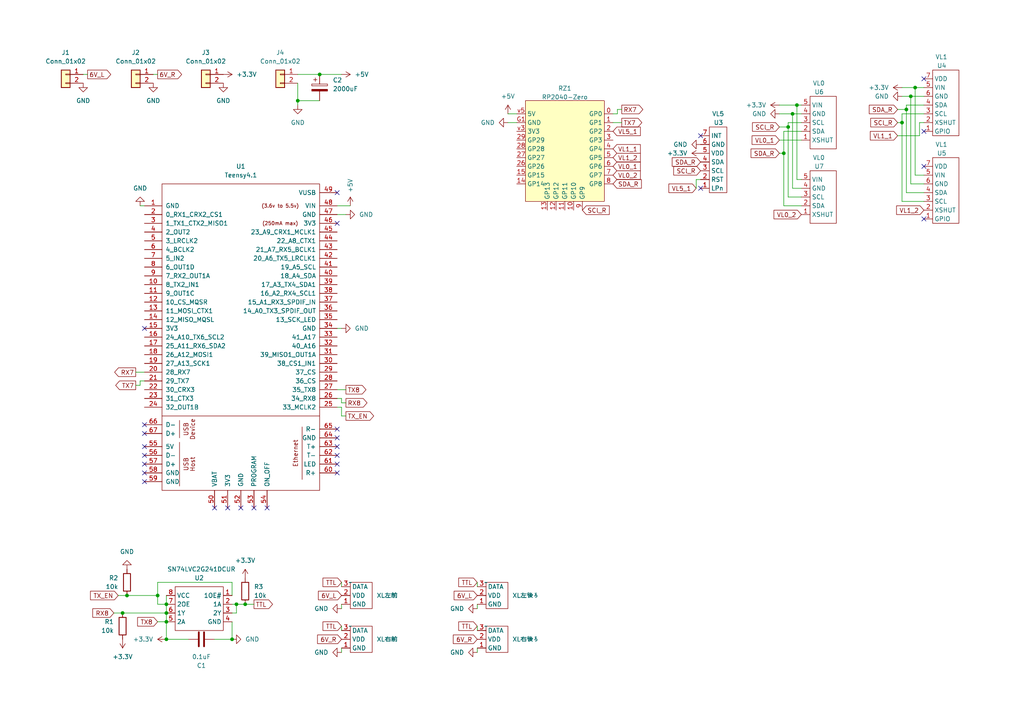
<source format=kicad_sch>
(kicad_sch (version 20230121) (generator eeschema)

  (uuid f5f2d0f7-a901-4abf-b769-b1e8b110b652)

  (paper "A4")

  (title_block
    (title "Thylakoid main borad")
    (date "2023-07-22")
    (company "Koki")
  )

  (lib_symbols
    (symbol "BumWings_SymLibrary:RP2040-Zero" (in_bom yes) (on_board yes)
      (property "Reference" "RZ" (at 1.27 2.54 0)
        (effects (font (size 1.27 1.27)))
      )
      (property "Value" "RP2040-Zero" (at 2.54 12.7 0)
        (effects (font (size 1.27 1.27)))
      )
      (property "Footprint" "" (at 0 0 0)
        (effects (font (size 1.27 1.27)) hide)
      )
      (property "Datasheet" "" (at 0 0 0)
        (effects (font (size 1.27 1.27)) hide)
      )
      (symbol "RP2040-Zero_0_1"
        (rectangle (start -10.16 13.97) (end 12.7 -15.24)
          (stroke (width 0) (type default))
          (fill (type background))
        )
      )
      (symbol "RP2040-Zero_1_1"
        (pin bidirectional line (at 15.24 10.16 180) (length 2.54)
          (name "GP0" (effects (font (size 1.27 1.27))))
          (number "0" (effects (font (size 1.27 1.27))))
        )
        (pin bidirectional line (at 15.24 7.62 180) (length 2.54)
          (name "GP1" (effects (font (size 1.27 1.27))))
          (number "1" (effects (font (size 1.27 1.27))))
        )
        (pin bidirectional line (at 3.81 -17.78 90) (length 2.54)
          (name "GP10" (effects (font (size 1.27 1.27))))
          (number "10" (effects (font (size 1.27 1.27))))
        )
        (pin bidirectional line (at 1.27 -17.78 90) (length 2.54)
          (name "GP11" (effects (font (size 1.27 1.27))))
          (number "11" (effects (font (size 1.27 1.27))))
        )
        (pin bidirectional line (at -1.27 -17.78 90) (length 2.54)
          (name "GP12" (effects (font (size 1.27 1.27))))
          (number "12" (effects (font (size 1.27 1.27))))
        )
        (pin bidirectional line (at -3.81 -17.78 90) (length 2.54)
          (name "GP13" (effects (font (size 1.27 1.27))))
          (number "13" (effects (font (size 1.27 1.27))))
        )
        (pin bidirectional line (at -12.7 -10.16 0) (length 2.54)
          (name "GP14" (effects (font (size 1.27 1.27))))
          (number "14" (effects (font (size 1.27 1.27))))
        )
        (pin bidirectional line (at -12.7 -7.62 0) (length 2.54)
          (name "GP15" (effects (font (size 1.27 1.27))))
          (number "15" (effects (font (size 1.27 1.27))))
        )
        (pin bidirectional line (at 15.24 5.08 180) (length 2.54)
          (name "GP2" (effects (font (size 1.27 1.27))))
          (number "2" (effects (font (size 1.27 1.27))))
        )
        (pin bidirectional line (at -12.7 -5.08 0) (length 2.54)
          (name "GP26" (effects (font (size 1.27 1.27))))
          (number "26" (effects (font (size 1.27 1.27))))
        )
        (pin bidirectional line (at -12.7 -2.54 0) (length 2.54)
          (name "GP27" (effects (font (size 1.27 1.27))))
          (number "27" (effects (font (size 1.27 1.27))))
        )
        (pin bidirectional line (at -12.7 0 0) (length 2.54)
          (name "GP28" (effects (font (size 1.27 1.27))))
          (number "28" (effects (font (size 1.27 1.27))))
        )
        (pin bidirectional line (at -12.7 2.54 0) (length 2.54)
          (name "GP29" (effects (font (size 1.27 1.27))))
          (number "29" (effects (font (size 1.27 1.27))))
        )
        (pin bidirectional line (at 15.24 2.54 180) (length 2.54)
          (name "GP3" (effects (font (size 1.27 1.27))))
          (number "3" (effects (font (size 1.27 1.27))))
        )
        (pin bidirectional line (at 15.24 0 180) (length 2.54)
          (name "GP4" (effects (font (size 1.27 1.27))))
          (number "4" (effects (font (size 1.27 1.27))))
        )
        (pin bidirectional line (at 15.24 -2.54 180) (length 2.54)
          (name "GP5" (effects (font (size 1.27 1.27))))
          (number "5" (effects (font (size 1.27 1.27))))
        )
        (pin bidirectional line (at 15.24 -5.08 180) (length 2.54)
          (name "GP6" (effects (font (size 1.27 1.27))))
          (number "6" (effects (font (size 1.27 1.27))))
        )
        (pin bidirectional line (at 15.24 -7.62 180) (length 2.54)
          (name "GP7" (effects (font (size 1.27 1.27))))
          (number "7" (effects (font (size 1.27 1.27))))
        )
        (pin bidirectional line (at 15.24 -10.16 180) (length 2.54)
          (name "GP8" (effects (font (size 1.27 1.27))))
          (number "8" (effects (font (size 1.27 1.27))))
        )
        (pin bidirectional line (at 6.35 -17.78 90) (length 2.54)
          (name "GP9" (effects (font (size 1.27 1.27))))
          (number "9" (effects (font (size 1.27 1.27))))
        )
        (pin power_in line (at -12.7 7.62 0) (length 2.54)
          (name "GND" (effects (font (size 1.27 1.27))))
          (number "G1" (effects (font (size 1.27 1.27))))
        )
        (pin power_in line (at -12.7 5.08 0) (length 2.54)
          (name "3V3" (effects (font (size 1.27 1.27))))
          (number "v3" (effects (font (size 1.27 1.27))))
        )
        (pin power_in line (at -12.7 10.16 0) (length 2.54)
          (name "5V" (effects (font (size 1.27 1.27))))
          (number "v5" (effects (font (size 1.27 1.27))))
        )
      )
    )
    (symbol "Connector_Generic:Conn_01x02" (pin_names (offset 1.016) hide) (in_bom yes) (on_board yes)
      (property "Reference" "J" (at 0 2.54 0)
        (effects (font (size 1.27 1.27)))
      )
      (property "Value" "Conn_01x02" (at 0 -5.08 0)
        (effects (font (size 1.27 1.27)))
      )
      (property "Footprint" "" (at 0 0 0)
        (effects (font (size 1.27 1.27)) hide)
      )
      (property "Datasheet" "~" (at 0 0 0)
        (effects (font (size 1.27 1.27)) hide)
      )
      (property "ki_keywords" "connector" (at 0 0 0)
        (effects (font (size 1.27 1.27)) hide)
      )
      (property "ki_description" "Generic connector, single row, 01x02, script generated (kicad-library-utils/schlib/autogen/connector/)" (at 0 0 0)
        (effects (font (size 1.27 1.27)) hide)
      )
      (property "ki_fp_filters" "Connector*:*_1x??_*" (at 0 0 0)
        (effects (font (size 1.27 1.27)) hide)
      )
      (symbol "Conn_01x02_1_1"
        (rectangle (start -1.27 -2.413) (end 0 -2.667)
          (stroke (width 0.1524) (type default))
          (fill (type none))
        )
        (rectangle (start -1.27 0.127) (end 0 -0.127)
          (stroke (width 0.1524) (type default))
          (fill (type none))
        )
        (rectangle (start -1.27 1.27) (end 1.27 -3.81)
          (stroke (width 0.254) (type default))
          (fill (type background))
        )
        (pin passive line (at -5.08 0 0) (length 3.81)
          (name "Pin_1" (effects (font (size 1.27 1.27))))
          (number "1" (effects (font (size 1.27 1.27))))
        )
        (pin passive line (at -5.08 -2.54 0) (length 3.81)
          (name "Pin_2" (effects (font (size 1.27 1.27))))
          (number "2" (effects (font (size 1.27 1.27))))
        )
      )
    )
    (symbol "Device:C" (pin_numbers hide) (pin_names (offset 0.254)) (in_bom yes) (on_board yes)
      (property "Reference" "C" (at 0.635 2.54 0)
        (effects (font (size 1.27 1.27)) (justify left))
      )
      (property "Value" "C" (at 0.635 -2.54 0)
        (effects (font (size 1.27 1.27)) (justify left))
      )
      (property "Footprint" "" (at 0.9652 -3.81 0)
        (effects (font (size 1.27 1.27)) hide)
      )
      (property "Datasheet" "~" (at 0 0 0)
        (effects (font (size 1.27 1.27)) hide)
      )
      (property "ki_keywords" "cap capacitor" (at 0 0 0)
        (effects (font (size 1.27 1.27)) hide)
      )
      (property "ki_description" "Unpolarized capacitor" (at 0 0 0)
        (effects (font (size 1.27 1.27)) hide)
      )
      (property "ki_fp_filters" "C_*" (at 0 0 0)
        (effects (font (size 1.27 1.27)) hide)
      )
      (symbol "C_0_1"
        (polyline
          (pts
            (xy -2.032 -0.762)
            (xy 2.032 -0.762)
          )
          (stroke (width 0.508) (type default))
          (fill (type none))
        )
        (polyline
          (pts
            (xy -2.032 0.762)
            (xy 2.032 0.762)
          )
          (stroke (width 0.508) (type default))
          (fill (type none))
        )
      )
      (symbol "C_1_1"
        (pin passive line (at 0 3.81 270) (length 2.794)
          (name "~" (effects (font (size 1.27 1.27))))
          (number "1" (effects (font (size 1.27 1.27))))
        )
        (pin passive line (at 0 -3.81 90) (length 2.794)
          (name "~" (effects (font (size 1.27 1.27))))
          (number "2" (effects (font (size 1.27 1.27))))
        )
      )
    )
    (symbol "Device:C_Polarized" (pin_numbers hide) (pin_names (offset 0.254)) (in_bom yes) (on_board yes)
      (property "Reference" "C" (at 0.635 2.54 0)
        (effects (font (size 1.27 1.27)) (justify left))
      )
      (property "Value" "C_Polarized" (at 0.635 -2.54 0)
        (effects (font (size 1.27 1.27)) (justify left))
      )
      (property "Footprint" "" (at 0.9652 -3.81 0)
        (effects (font (size 1.27 1.27)) hide)
      )
      (property "Datasheet" "~" (at 0 0 0)
        (effects (font (size 1.27 1.27)) hide)
      )
      (property "ki_keywords" "cap capacitor" (at 0 0 0)
        (effects (font (size 1.27 1.27)) hide)
      )
      (property "ki_description" "Polarized capacitor" (at 0 0 0)
        (effects (font (size 1.27 1.27)) hide)
      )
      (property "ki_fp_filters" "CP_*" (at 0 0 0)
        (effects (font (size 1.27 1.27)) hide)
      )
      (symbol "C_Polarized_0_1"
        (rectangle (start -2.286 0.508) (end 2.286 1.016)
          (stroke (width 0) (type default))
          (fill (type none))
        )
        (polyline
          (pts
            (xy -1.778 2.286)
            (xy -0.762 2.286)
          )
          (stroke (width 0) (type default))
          (fill (type none))
        )
        (polyline
          (pts
            (xy -1.27 2.794)
            (xy -1.27 1.778)
          )
          (stroke (width 0) (type default))
          (fill (type none))
        )
        (rectangle (start 2.286 -0.508) (end -2.286 -1.016)
          (stroke (width 0) (type default))
          (fill (type outline))
        )
      )
      (symbol "C_Polarized_1_1"
        (pin passive line (at 0 3.81 270) (length 2.794)
          (name "~" (effects (font (size 1.27 1.27))))
          (number "1" (effects (font (size 1.27 1.27))))
        )
        (pin passive line (at 0 -3.81 90) (length 2.794)
          (name "~" (effects (font (size 1.27 1.27))))
          (number "2" (effects (font (size 1.27 1.27))))
        )
      )
    )
    (symbol "Device:R" (pin_numbers hide) (pin_names (offset 0)) (in_bom yes) (on_board yes)
      (property "Reference" "R" (at 2.032 0 90)
        (effects (font (size 1.27 1.27)))
      )
      (property "Value" "R" (at 0 0 90)
        (effects (font (size 1.27 1.27)))
      )
      (property "Footprint" "" (at -1.778 0 90)
        (effects (font (size 1.27 1.27)) hide)
      )
      (property "Datasheet" "~" (at 0 0 0)
        (effects (font (size 1.27 1.27)) hide)
      )
      (property "ki_keywords" "R res resistor" (at 0 0 0)
        (effects (font (size 1.27 1.27)) hide)
      )
      (property "ki_description" "Resistor" (at 0 0 0)
        (effects (font (size 1.27 1.27)) hide)
      )
      (property "ki_fp_filters" "R_*" (at 0 0 0)
        (effects (font (size 1.27 1.27)) hide)
      )
      (symbol "R_0_1"
        (rectangle (start -1.016 -2.54) (end 1.016 2.54)
          (stroke (width 0.254) (type default))
          (fill (type none))
        )
      )
      (symbol "R_1_1"
        (pin passive line (at 0 3.81 270) (length 1.27)
          (name "~" (effects (font (size 1.27 1.27))))
          (number "1" (effects (font (size 1.27 1.27))))
        )
        (pin passive line (at 0 -3.81 90) (length 1.27)
          (name "~" (effects (font (size 1.27 1.27))))
          (number "2" (effects (font (size 1.27 1.27))))
        )
      )
    )
    (symbol "SN74LVC2G241DCUR:SN74LVC2G241DCUR" (in_bom yes) (on_board yes)
      (property "Reference" "U" (at 0 3.81 0)
        (effects (font (size 1.27 1.27)))
      )
      (property "Value" "" (at 0 0 0)
        (effects (font (size 1.27 1.27)))
      )
      (property "Footprint" "" (at 0 0 0)
        (effects (font (size 1.27 1.27)) hide)
      )
      (property "Datasheet" "" (at 0 0 0)
        (effects (font (size 1.27 1.27)) hide)
      )
      (symbol "SN74LVC2G241DCUR_0_1"
        (rectangle (start -2.54 2.54) (end 11.43 -10.16)
          (stroke (width 0) (type default))
          (fill (type none))
        )
      )
      (symbol "SN74LVC2G241DCUR_1_1"
        (pin passive line (at -5.08 0 0) (length 2.54)
          (name "1OE#" (effects (font (size 1.27 1.27))))
          (number "1" (effects (font (size 1.27 1.27))))
        )
        (pin passive line (at -5.08 -2.54 0) (length 2.54)
          (name "1A" (effects (font (size 1.27 1.27))))
          (number "2" (effects (font (size 1.27 1.27))))
        )
        (pin passive line (at -5.08 -5.08 0) (length 2.54)
          (name "2Y" (effects (font (size 1.27 1.27))))
          (number "3" (effects (font (size 1.27 1.27))))
        )
        (pin passive line (at -5.08 -7.62 0) (length 2.54)
          (name "GND" (effects (font (size 1.27 1.27))))
          (number "4" (effects (font (size 1.27 1.27))))
        )
        (pin passive line (at 13.97 -7.62 180) (length 2.54)
          (name "2A" (effects (font (size 1.27 1.27))))
          (number "5" (effects (font (size 1.27 1.27))))
        )
        (pin passive line (at 13.97 -5.08 180) (length 2.54)
          (name "1Y" (effects (font (size 1.27 1.27))))
          (number "6" (effects (font (size 1.27 1.27))))
        )
        (pin passive line (at 13.97 -2.54 180) (length 2.54)
          (name "2OE" (effects (font (size 1.27 1.27))))
          (number "7" (effects (font (size 1.27 1.27))))
        )
        (pin passive line (at 13.97 0 180) (length 2.54)
          (name "VCC" (effects (font (size 1.27 1.27))))
          (number "8" (effects (font (size 1.27 1.27))))
        )
      )
    )
    (symbol "VL53L5CX:VL53L0X" (in_bom yes) (on_board yes)
      (property "Reference" "U" (at 0 0 0)
        (effects (font (size 1.27 1.27)))
      )
      (property "Value" "" (at 0 0 0)
        (effects (font (size 1.27 1.27)))
      )
      (property "Footprint" "" (at 0 0 0)
        (effects (font (size 1.27 1.27)) hide)
      )
      (property "Datasheet" "" (at 0 0 0)
        (effects (font (size 1.27 1.27)) hide)
      )
      (symbol "VL53L0X_0_1"
        (rectangle (start -2.54 -2.54) (end 5.08 -17.78)
          (stroke (width 0) (type default))
          (fill (type none))
        )
      )
      (symbol "VL53L0X_1_1"
        (pin passive line (at -5.08 -15.24 0) (length 2.54)
          (name "XSHUT" (effects (font (size 1.27 1.27))))
          (number "1" (effects (font (size 1.27 1.27))))
        )
        (pin passive line (at -5.08 -12.7 0) (length 2.54)
          (name "SDA" (effects (font (size 1.27 1.27))))
          (number "2" (effects (font (size 1.27 1.27))))
        )
        (pin passive line (at -5.08 -10.16 0) (length 2.54)
          (name "SCL" (effects (font (size 1.27 1.27))))
          (number "3" (effects (font (size 1.27 1.27))))
        )
        (pin passive line (at -5.08 -7.62 0) (length 2.54)
          (name "GND" (effects (font (size 1.27 1.27))))
          (number "4" (effects (font (size 1.27 1.27))))
        )
        (pin power_in line (at -5.08 -5.08 0) (length 2.54)
          (name "VIN" (effects (font (size 1.27 1.27))))
          (number "5" (effects (font (size 1.27 1.27))))
        )
      )
    )
    (symbol "VL53L5CX:VL53L1X" (in_bom yes) (on_board yes)
      (property "Reference" "U" (at 0 0 0)
        (effects (font (size 1.27 1.27)))
      )
      (property "Value" "" (at 0 0 0)
        (effects (font (size 1.27 1.27)))
      )
      (property "Footprint" "" (at 0 0 0)
        (effects (font (size 1.27 1.27)) hide)
      )
      (property "Datasheet" "" (at 0 0 0)
        (effects (font (size 1.27 1.27)) hide)
      )
      (symbol "VL53L1X_0_1"
        (rectangle (start -1.27 -2.54) (end 6.35 -21.59)
          (stroke (width 0) (type default))
          (fill (type none))
        )
      )
      (symbol "VL53L1X_1_1"
        (pin passive line (at -3.81 -20.32 0) (length 2.54)
          (name "GPIO" (effects (font (size 1.27 1.27))))
          (number "1" (effects (font (size 1.27 1.27))))
        )
        (pin passive line (at -3.81 -17.78 0) (length 2.54)
          (name "XSHUT" (effects (font (size 1.27 1.27))))
          (number "2" (effects (font (size 1.27 1.27))))
        )
        (pin passive line (at -3.81 -15.24 0) (length 2.54)
          (name "SCL" (effects (font (size 1.27 1.27))))
          (number "3" (effects (font (size 1.27 1.27))))
        )
        (pin passive line (at -3.81 -12.7 0) (length 2.54)
          (name "SDA" (effects (font (size 1.27 1.27))))
          (number "4" (effects (font (size 1.27 1.27))))
        )
        (pin power_in line (at -3.81 -7.62 0) (length 2.54)
          (name "VIN" (effects (font (size 1.27 1.27))))
          (number "5" (effects (font (size 1.27 1.27))))
        )
        (pin passive line (at -3.81 -10.16 0) (length 2.54)
          (name "GND" (effects (font (size 1.27 1.27))))
          (number "6" (effects (font (size 1.27 1.27))))
        )
        (pin power_in line (at -3.81 -5.08 0) (length 2.54)
          (name "VDD" (effects (font (size 1.27 1.27))))
          (number "7" (effects (font (size 1.27 1.27))))
        )
      )
    )
    (symbol "VL53L5CX:VL53L5CX" (in_bom yes) (on_board yes)
      (property "Reference" "U" (at 0 8.89 0)
        (effects (font (size 1.27 1.27)))
      )
      (property "Value" "" (at 0 0 0)
        (effects (font (size 1.27 1.27)))
      )
      (property "Footprint" "" (at 0 0 0)
        (effects (font (size 1.27 1.27)) hide)
      )
      (property "Datasheet" "" (at 0 0 0)
        (effects (font (size 1.27 1.27)) hide)
      )
      (symbol "VL53L5CX_0_1"
        (rectangle (start -2.54 7.62) (end 2.54 -11.43)
          (stroke (width 0) (type default))
          (fill (type none))
        )
      )
      (symbol "VL53L5CX_1_1"
        (pin passive line (at -5.08 -10.16 0) (length 2.54)
          (name "LPn" (effects (font (size 1.27 1.27))))
          (number "1" (effects (font (size 1.27 1.27))))
        )
        (pin passive line (at -5.08 -7.62 0) (length 2.54)
          (name "RST" (effects (font (size 1.27 1.27))))
          (number "2" (effects (font (size 1.27 1.27))))
        )
        (pin passive line (at -5.08 -5.08 0) (length 2.54)
          (name "SCL" (effects (font (size 1.27 1.27))))
          (number "3" (effects (font (size 1.27 1.27))))
        )
        (pin passive line (at -5.08 -2.54 0) (length 2.54)
          (name "SDA" (effects (font (size 1.27 1.27))))
          (number "4" (effects (font (size 1.27 1.27))))
        )
        (pin power_in line (at -5.08 0 0) (length 2.54)
          (name "VDD" (effects (font (size 1.27 1.27))))
          (number "5" (effects (font (size 1.27 1.27))))
        )
        (pin passive line (at -5.08 2.54 0) (length 2.54)
          (name "GND" (effects (font (size 1.27 1.27))))
          (number "6" (effects (font (size 1.27 1.27))))
        )
        (pin passive line (at -5.08 5.08 0) (length 2.54)
          (name "INT" (effects (font (size 1.27 1.27))))
          (number "7" (effects (font (size 1.27 1.27))))
        )
      )
    )
    (symbol "XL330:XL330" (in_bom yes) (on_board yes)
      (property "Reference" "XL330" (at 0 2.54 0)
        (effects (font (size 1.27 1.27)))
      )
      (property "Value" "" (at 0 0 0)
        (effects (font (size 1.27 1.27)))
      )
      (property "Footprint" "" (at 0 0 0)
        (effects (font (size 1.27 1.27)) hide)
      )
      (property "Datasheet" "" (at 0 0 0)
        (effects (font (size 1.27 1.27)) hide)
      )
      (symbol "XL330_0_1"
        (rectangle (start 0 0) (end 6.35 -7.62)
          (stroke (width 0) (type default))
          (fill (type none))
        )
      )
      (symbol "XL330_1_1"
        (pin passive line (at -2.54 -6.35 0) (length 2.54)
          (name "GND" (effects (font (size 1.27 1.27))))
          (number "1" (effects (font (size 1.27 1.27))))
        )
        (pin input line (at -2.54 -3.81 0) (length 2.54)
          (name "VDD" (effects (font (size 1.27 1.27))))
          (number "2" (effects (font (size 1.27 1.27))))
        )
        (pin passive line (at -2.54 -1.27 0) (length 2.54)
          (name "DATA" (effects (font (size 1.27 1.27))))
          (number "3" (effects (font (size 1.27 1.27))))
        )
      )
    )
    (symbol "power:+3.3V" (power) (pin_names (offset 0)) (in_bom yes) (on_board yes)
      (property "Reference" "#PWR" (at 0 -3.81 0)
        (effects (font (size 1.27 1.27)) hide)
      )
      (property "Value" "+3.3V" (at 0 3.556 0)
        (effects (font (size 1.27 1.27)))
      )
      (property "Footprint" "" (at 0 0 0)
        (effects (font (size 1.27 1.27)) hide)
      )
      (property "Datasheet" "" (at 0 0 0)
        (effects (font (size 1.27 1.27)) hide)
      )
      (property "ki_keywords" "global power" (at 0 0 0)
        (effects (font (size 1.27 1.27)) hide)
      )
      (property "ki_description" "Power symbol creates a global label with name \"+3.3V\"" (at 0 0 0)
        (effects (font (size 1.27 1.27)) hide)
      )
      (symbol "+3.3V_0_1"
        (polyline
          (pts
            (xy -0.762 1.27)
            (xy 0 2.54)
          )
          (stroke (width 0) (type default))
          (fill (type none))
        )
        (polyline
          (pts
            (xy 0 0)
            (xy 0 2.54)
          )
          (stroke (width 0) (type default))
          (fill (type none))
        )
        (polyline
          (pts
            (xy 0 2.54)
            (xy 0.762 1.27)
          )
          (stroke (width 0) (type default))
          (fill (type none))
        )
      )
      (symbol "+3.3V_1_1"
        (pin power_in line (at 0 0 90) (length 0) hide
          (name "+3.3V" (effects (font (size 1.27 1.27))))
          (number "1" (effects (font (size 1.27 1.27))))
        )
      )
    )
    (symbol "power:+5V" (power) (pin_names (offset 0)) (in_bom yes) (on_board yes)
      (property "Reference" "#PWR" (at 0 -3.81 0)
        (effects (font (size 1.27 1.27)) hide)
      )
      (property "Value" "+5V" (at 0 3.556 0)
        (effects (font (size 1.27 1.27)))
      )
      (property "Footprint" "" (at 0 0 0)
        (effects (font (size 1.27 1.27)) hide)
      )
      (property "Datasheet" "" (at 0 0 0)
        (effects (font (size 1.27 1.27)) hide)
      )
      (property "ki_keywords" "global power" (at 0 0 0)
        (effects (font (size 1.27 1.27)) hide)
      )
      (property "ki_description" "Power symbol creates a global label with name \"+5V\"" (at 0 0 0)
        (effects (font (size 1.27 1.27)) hide)
      )
      (symbol "+5V_0_1"
        (polyline
          (pts
            (xy -0.762 1.27)
            (xy 0 2.54)
          )
          (stroke (width 0) (type default))
          (fill (type none))
        )
        (polyline
          (pts
            (xy 0 0)
            (xy 0 2.54)
          )
          (stroke (width 0) (type default))
          (fill (type none))
        )
        (polyline
          (pts
            (xy 0 2.54)
            (xy 0.762 1.27)
          )
          (stroke (width 0) (type default))
          (fill (type none))
        )
      )
      (symbol "+5V_1_1"
        (pin power_in line (at 0 0 90) (length 0) hide
          (name "+5V" (effects (font (size 1.27 1.27))))
          (number "1" (effects (font (size 1.27 1.27))))
        )
      )
    )
    (symbol "power:GND" (power) (pin_names (offset 0)) (in_bom yes) (on_board yes)
      (property "Reference" "#PWR" (at 0 -6.35 0)
        (effects (font (size 1.27 1.27)) hide)
      )
      (property "Value" "GND" (at 0 -3.81 0)
        (effects (font (size 1.27 1.27)))
      )
      (property "Footprint" "" (at 0 0 0)
        (effects (font (size 1.27 1.27)) hide)
      )
      (property "Datasheet" "" (at 0 0 0)
        (effects (font (size 1.27 1.27)) hide)
      )
      (property "ki_keywords" "global power" (at 0 0 0)
        (effects (font (size 1.27 1.27)) hide)
      )
      (property "ki_description" "Power symbol creates a global label with name \"GND\" , ground" (at 0 0 0)
        (effects (font (size 1.27 1.27)) hide)
      )
      (symbol "GND_0_1"
        (polyline
          (pts
            (xy 0 0)
            (xy 0 -1.27)
            (xy 1.27 -1.27)
            (xy 0 -2.54)
            (xy -1.27 -1.27)
            (xy 0 -1.27)
          )
          (stroke (width 0) (type default))
          (fill (type none))
        )
      )
      (symbol "GND_1_1"
        (pin power_in line (at 0 0 270) (length 0) hide
          (name "GND" (effects (font (size 1.27 1.27))))
          (number "1" (effects (font (size 1.27 1.27))))
        )
      )
    )
    (symbol "teensy:Teensy4.1" (pin_names (offset 1.016)) (in_bom yes) (on_board yes)
      (property "Reference" "U" (at 0 64.77 0)
        (effects (font (size 1.27 1.27)))
      )
      (property "Value" "Teensy4.1" (at 0 62.23 0)
        (effects (font (size 1.27 1.27)))
      )
      (property "Footprint" "" (at -10.16 10.16 0)
        (effects (font (size 1.27 1.27)) hide)
      )
      (property "Datasheet" "" (at -10.16 10.16 0)
        (effects (font (size 1.27 1.27)) hide)
      )
      (symbol "Teensy4.1_0_0"
        (polyline
          (pts
            (xy -22.86 -6.35)
            (xy 22.86 -6.35)
          )
          (stroke (width 0) (type solid))
          (fill (type none))
        )
        (polyline
          (pts
            (xy -17.78 -26.67)
            (xy -17.78 -13.97)
          )
          (stroke (width 0) (type solid))
          (fill (type none))
        )
        (polyline
          (pts
            (xy -17.78 -7.62)
            (xy -17.78 -12.7)
          )
          (stroke (width 0) (type solid))
          (fill (type none))
        )
        (polyline
          (pts
            (xy 17.78 -9.525)
            (xy 17.78 -24.765)
          )
          (stroke (width 0) (type solid))
          (fill (type none))
        )
        (text "(250mA max)" (at 11.43 49.53 0)
          (effects (font (size 1.016 1.016)))
        )
        (text "(3.6v to 5.5v)" (at 11.43 54.61 0)
          (effects (font (size 1.016 1.016)))
        )
        (text "Device" (at -13.97 -10.16 900)
          (effects (font (size 1.27 1.27)))
        )
        (text "Ethernet" (at 15.875 -17.145 900)
          (effects (font (size 1.27 1.27)))
        )
        (text "Host" (at -13.97 -20.32 900)
          (effects (font (size 1.27 1.27)))
        )
        (text "USB" (at -15.875 -20.32 900)
          (effects (font (size 1.27 1.27)))
        )
        (text "USB" (at -15.875 -10.16 900)
          (effects (font (size 1.27 1.27)))
        )
        (pin bidirectional line (at -27.94 31.75 0) (length 5.08)
          (name "8_TX2_IN1" (effects (font (size 1.27 1.27))))
          (number "10" (effects (font (size 1.27 1.27))))
        )
        (pin bidirectional line (at -27.94 29.21 0) (length 5.08)
          (name "9_OUT1C" (effects (font (size 1.27 1.27))))
          (number "11" (effects (font (size 1.27 1.27))))
        )
        (pin bidirectional line (at -27.94 26.67 0) (length 5.08)
          (name "10_CS_MQSR" (effects (font (size 1.27 1.27))))
          (number "12" (effects (font (size 1.27 1.27))))
        )
        (pin bidirectional line (at -27.94 24.13 0) (length 5.08)
          (name "11_MOSI_CTX1" (effects (font (size 1.27 1.27))))
          (number "13" (effects (font (size 1.27 1.27))))
        )
        (pin bidirectional line (at -27.94 21.59 0) (length 5.08)
          (name "12_MISO_MQSL" (effects (font (size 1.27 1.27))))
          (number "14" (effects (font (size 1.27 1.27))))
        )
        (pin power_in line (at -27.94 19.05 0) (length 5.08)
          (name "3V3" (effects (font (size 1.27 1.27))))
          (number "15" (effects (font (size 1.27 1.27))))
        )
        (pin bidirectional line (at -27.94 16.51 0) (length 5.08)
          (name "24_A10_TX6_SCL2" (effects (font (size 1.27 1.27))))
          (number "16" (effects (font (size 1.27 1.27))))
        )
        (pin bidirectional line (at -27.94 13.97 0) (length 5.08)
          (name "25_A11_RX6_SDA2" (effects (font (size 1.27 1.27))))
          (number "17" (effects (font (size 1.27 1.27))))
        )
        (pin bidirectional line (at -27.94 11.43 0) (length 5.08)
          (name "26_A12_MOSI1" (effects (font (size 1.27 1.27))))
          (number "18" (effects (font (size 1.27 1.27))))
        )
        (pin bidirectional line (at -27.94 8.89 0) (length 5.08)
          (name "27_A13_SCK1" (effects (font (size 1.27 1.27))))
          (number "19" (effects (font (size 1.27 1.27))))
        )
        (pin bidirectional line (at -27.94 6.35 0) (length 5.08)
          (name "28_RX7" (effects (font (size 1.27 1.27))))
          (number "20" (effects (font (size 1.27 1.27))))
        )
        (pin bidirectional line (at -27.94 3.81 0) (length 5.08)
          (name "29_TX7" (effects (font (size 1.27 1.27))))
          (number "21" (effects (font (size 1.27 1.27))))
        )
        (pin bidirectional line (at -27.94 1.27 0) (length 5.08)
          (name "30_CRX3" (effects (font (size 1.27 1.27))))
          (number "22" (effects (font (size 1.27 1.27))))
        )
        (pin bidirectional line (at -27.94 -1.27 0) (length 5.08)
          (name "31_CTX3" (effects (font (size 1.27 1.27))))
          (number "23" (effects (font (size 1.27 1.27))))
        )
        (pin bidirectional line (at -27.94 -3.81 0) (length 5.08)
          (name "32_OUT1B" (effects (font (size 1.27 1.27))))
          (number "24" (effects (font (size 1.27 1.27))))
        )
        (pin bidirectional line (at 27.94 -3.81 180) (length 5.08)
          (name "33_MCLK2" (effects (font (size 1.27 1.27))))
          (number "25" (effects (font (size 1.27 1.27))))
        )
        (pin bidirectional line (at 27.94 -1.27 180) (length 5.08)
          (name "34_RX8" (effects (font (size 1.27 1.27))))
          (number "26" (effects (font (size 1.27 1.27))))
        )
        (pin bidirectional line (at 27.94 1.27 180) (length 5.08)
          (name "35_TX8" (effects (font (size 1.27 1.27))))
          (number "27" (effects (font (size 1.27 1.27))))
        )
        (pin bidirectional line (at 27.94 3.81 180) (length 5.08)
          (name "36_CS" (effects (font (size 1.27 1.27))))
          (number "28" (effects (font (size 1.27 1.27))))
        )
        (pin bidirectional line (at 27.94 6.35 180) (length 5.08)
          (name "37_CS" (effects (font (size 1.27 1.27))))
          (number "29" (effects (font (size 1.27 1.27))))
        )
        (pin bidirectional line (at 27.94 8.89 180) (length 5.08)
          (name "38_CS1_IN1" (effects (font (size 1.27 1.27))))
          (number "30" (effects (font (size 1.27 1.27))))
        )
        (pin bidirectional line (at 27.94 11.43 180) (length 5.08)
          (name "39_MISO1_OUT1A" (effects (font (size 1.27 1.27))))
          (number "31" (effects (font (size 1.27 1.27))))
        )
        (pin bidirectional line (at 27.94 13.97 180) (length 5.08)
          (name "40_A16" (effects (font (size 1.27 1.27))))
          (number "32" (effects (font (size 1.27 1.27))))
        )
        (pin bidirectional line (at 27.94 16.51 180) (length 5.08)
          (name "41_A17" (effects (font (size 1.27 1.27))))
          (number "33" (effects (font (size 1.27 1.27))))
        )
        (pin bidirectional line (at 27.94 21.59 180) (length 5.08)
          (name "13_SCK_LED" (effects (font (size 1.27 1.27))))
          (number "35" (effects (font (size 1.27 1.27))))
        )
        (pin bidirectional line (at 27.94 24.13 180) (length 5.08)
          (name "14_A0_TX3_SPDIF_OUT" (effects (font (size 1.27 1.27))))
          (number "36" (effects (font (size 1.27 1.27))))
        )
        (pin bidirectional line (at 27.94 26.67 180) (length 5.08)
          (name "15_A1_RX3_SPDIF_IN" (effects (font (size 1.27 1.27))))
          (number "37" (effects (font (size 1.27 1.27))))
        )
        (pin bidirectional line (at 27.94 29.21 180) (length 5.08)
          (name "16_A2_RX4_SCL1" (effects (font (size 1.27 1.27))))
          (number "38" (effects (font (size 1.27 1.27))))
        )
        (pin bidirectional line (at 27.94 31.75 180) (length 5.08)
          (name "17_A3_TX4_SDA1" (effects (font (size 1.27 1.27))))
          (number "39" (effects (font (size 1.27 1.27))))
        )
        (pin bidirectional line (at 27.94 34.29 180) (length 5.08)
          (name "18_A4_SDA" (effects (font (size 1.27 1.27))))
          (number "40" (effects (font (size 1.27 1.27))))
        )
        (pin bidirectional line (at 27.94 36.83 180) (length 5.08)
          (name "19_A5_SCL" (effects (font (size 1.27 1.27))))
          (number "41" (effects (font (size 1.27 1.27))))
        )
        (pin bidirectional line (at 27.94 39.37 180) (length 5.08)
          (name "20_A6_TX5_LRCLK1" (effects (font (size 1.27 1.27))))
          (number "42" (effects (font (size 1.27 1.27))))
        )
        (pin bidirectional line (at 27.94 41.91 180) (length 5.08)
          (name "21_A7_RX5_BCLK1" (effects (font (size 1.27 1.27))))
          (number "43" (effects (font (size 1.27 1.27))))
        )
        (pin bidirectional line (at 27.94 44.45 180) (length 5.08)
          (name "22_A8_CTX1" (effects (font (size 1.27 1.27))))
          (number "44" (effects (font (size 1.27 1.27))))
        )
        (pin bidirectional line (at 27.94 46.99 180) (length 5.08)
          (name "23_A9_CRX1_MCLK1" (effects (font (size 1.27 1.27))))
          (number "45" (effects (font (size 1.27 1.27))))
        )
        (pin output line (at 27.94 49.53 180) (length 5.08)
          (name "3V3" (effects (font (size 1.27 1.27))))
          (number "46" (effects (font (size 1.27 1.27))))
        )
        (pin output line (at 27.94 52.07 180) (length 5.08)
          (name "GND" (effects (font (size 1.27 1.27))))
          (number "47" (effects (font (size 1.27 1.27))))
        )
        (pin power_in line (at 27.94 54.61 180) (length 5.08)
          (name "VIN" (effects (font (size 1.27 1.27))))
          (number "48" (effects (font (size 1.27 1.27))))
        )
        (pin power_out line (at 27.94 58.42 180) (length 5.08)
          (name "VUSB" (effects (font (size 1.27 1.27))))
          (number "49" (effects (font (size 1.27 1.27))))
        )
        (pin bidirectional line (at -27.94 44.45 0) (length 5.08)
          (name "3_LRCLK2" (effects (font (size 1.27 1.27))))
          (number "5" (effects (font (size 1.27 1.27))))
        )
        (pin power_in line (at -7.62 -33.02 90) (length 5.08)
          (name "VBAT" (effects (font (size 1.27 1.27))))
          (number "50" (effects (font (size 1.27 1.27))))
        )
        (pin power_in line (at -3.81 -33.02 90) (length 5.08)
          (name "3V3" (effects (font (size 1.27 1.27))))
          (number "51" (effects (font (size 1.27 1.27))))
        )
        (pin input line (at 0 -33.02 90) (length 5.08)
          (name "GND" (effects (font (size 1.27 1.27))))
          (number "52" (effects (font (size 1.27 1.27))))
        )
        (pin input line (at 3.81 -33.02 90) (length 5.08)
          (name "PROGRAM" (effects (font (size 1.27 1.27))))
          (number "53" (effects (font (size 1.27 1.27))))
        )
        (pin input line (at 7.62 -33.02 90) (length 5.08)
          (name "ON_OFF" (effects (font (size 1.27 1.27))))
          (number "54" (effects (font (size 1.27 1.27))))
        )
        (pin power_out line (at -27.94 -15.24 0) (length 5.08)
          (name "5V" (effects (font (size 1.27 1.27))))
          (number "55" (effects (font (size 1.27 1.27))))
        )
        (pin bidirectional line (at -27.94 -17.78 0) (length 5.08)
          (name "D-" (effects (font (size 1.27 1.27))))
          (number "56" (effects (font (size 1.27 1.27))))
        )
        (pin bidirectional line (at -27.94 -20.32 0) (length 5.08)
          (name "D+" (effects (font (size 1.27 1.27))))
          (number "57" (effects (font (size 1.27 1.27))))
        )
        (pin power_in line (at -27.94 -22.86 0) (length 5.08)
          (name "GND" (effects (font (size 1.27 1.27))))
          (number "58" (effects (font (size 1.27 1.27))))
        )
        (pin power_in line (at -27.94 -25.4 0) (length 5.08)
          (name "GND" (effects (font (size 1.27 1.27))))
          (number "59" (effects (font (size 1.27 1.27))))
        )
        (pin bidirectional line (at -27.94 41.91 0) (length 5.08)
          (name "4_BCLK2" (effects (font (size 1.27 1.27))))
          (number "6" (effects (font (size 1.27 1.27))))
        )
        (pin bidirectional line (at 27.94 -22.86 180) (length 5.08)
          (name "R+" (effects (font (size 1.27 1.27))))
          (number "60" (effects (font (size 1.27 1.27))))
        )
        (pin bidirectional line (at 27.94 -20.32 180) (length 5.08)
          (name "LED" (effects (font (size 1.27 1.27))))
          (number "61" (effects (font (size 1.27 1.27))))
        )
        (pin bidirectional line (at 27.94 -17.78 180) (length 5.08)
          (name "T-" (effects (font (size 1.27 1.27))))
          (number "62" (effects (font (size 1.27 1.27))))
        )
        (pin bidirectional line (at 27.94 -15.24 180) (length 5.08)
          (name "T+" (effects (font (size 1.27 1.27))))
          (number "63" (effects (font (size 1.27 1.27))))
        )
        (pin power_in line (at 27.94 -12.7 180) (length 5.08)
          (name "GND" (effects (font (size 1.27 1.27))))
          (number "64" (effects (font (size 1.27 1.27))))
        )
        (pin bidirectional line (at 27.94 -10.16 180) (length 5.08)
          (name "R-" (effects (font (size 1.27 1.27))))
          (number "65" (effects (font (size 1.27 1.27))))
        )
        (pin bidirectional line (at -27.94 -8.89 0) (length 5.08)
          (name "D-" (effects (font (size 1.27 1.27))))
          (number "66" (effects (font (size 1.27 1.27))))
        )
        (pin bidirectional line (at -27.94 -11.43 0) (length 5.08)
          (name "D+" (effects (font (size 1.27 1.27))))
          (number "67" (effects (font (size 1.27 1.27))))
        )
        (pin bidirectional line (at -27.94 39.37 0) (length 5.08)
          (name "5_IN2" (effects (font (size 1.27 1.27))))
          (number "7" (effects (font (size 1.27 1.27))))
        )
        (pin bidirectional line (at -27.94 36.83 0) (length 5.08)
          (name "6_OUT1D" (effects (font (size 1.27 1.27))))
          (number "8" (effects (font (size 1.27 1.27))))
        )
        (pin bidirectional line (at -27.94 34.29 0) (length 5.08)
          (name "7_RX2_OUT1A" (effects (font (size 1.27 1.27))))
          (number "9" (effects (font (size 1.27 1.27))))
        )
      )
      (symbol "Teensy4.1_0_1"
        (rectangle (start -22.86 60.96) (end 22.86 -27.94)
          (stroke (width 0) (type solid))
          (fill (type none))
        )
        (rectangle (start -20.32 -1.27) (end -20.32 -1.27)
          (stroke (width 0) (type solid))
          (fill (type none))
        )
      )
      (symbol "Teensy4.1_1_1"
        (pin power_in line (at -27.94 54.61 0) (length 5.08)
          (name "GND" (effects (font (size 1.27 1.27))))
          (number "1" (effects (font (size 1.27 1.27))))
        )
        (pin bidirectional line (at -27.94 52.07 0) (length 5.08)
          (name "0_RX1_CRX2_CS1" (effects (font (size 1.27 1.27))))
          (number "2" (effects (font (size 1.27 1.27))))
        )
        (pin bidirectional line (at -27.94 49.53 0) (length 5.08)
          (name "1_TX1_CTX2_MISO1" (effects (font (size 1.27 1.27))))
          (number "3" (effects (font (size 1.27 1.27))))
        )
        (pin power_in line (at 27.94 19.05 180) (length 5.08)
          (name "GND" (effects (font (size 1.27 1.27))))
          (number "34" (effects (font (size 1.27 1.27))))
        )
        (pin bidirectional line (at -27.94 46.99 0) (length 5.08)
          (name "2_OUT2" (effects (font (size 1.27 1.27))))
          (number "4" (effects (font (size 1.27 1.27))))
        )
      )
    )
  )

  (junction (at 92.71 21.59) (diameter 0) (color 0 0 0 0)
    (uuid 0d9903eb-5f60-4654-9711-a9f2f06d6a3c)
  )
  (junction (at 86.36 29.21) (diameter 0) (color 0 0 0 0)
    (uuid 23d0159b-43dc-4191-b958-3926a42bc4ab)
  )
  (junction (at 227.33 44.45) (diameter 0) (color 0 0 0 0)
    (uuid 295b2aaa-3cda-406d-b512-9efb15e06653)
  )
  (junction (at 228.6 36.83) (diameter 0) (color 0 0 0 0)
    (uuid 355a4660-2f6b-4709-b786-3c8a5fd66dc9)
  )
  (junction (at 48.26 175.26) (diameter 0) (color 0 0 0 0)
    (uuid 39987380-92f4-4d5b-a0b6-a41eb719737a)
  )
  (junction (at 67.31 185.42) (diameter 0) (color 0 0 0 0)
    (uuid 4cc261f2-ce14-467c-a35a-be6a63578024)
  )
  (junction (at 265.43 25.4) (diameter 0) (color 0 0 0 0)
    (uuid 53ec7213-133d-4ce7-a7c3-29912875b9b2)
  )
  (junction (at 264.16 27.94) (diameter 0) (color 0 0 0 0)
    (uuid 85840bff-116b-406b-8eb4-8b9b19a83a8d)
  )
  (junction (at 48.26 180.34) (diameter 0) (color 0 0 0 0)
    (uuid 86a7c1f7-7341-407f-96fd-0998cf59bae4)
  )
  (junction (at 45.72 172.72) (diameter 0) (color 0 0 0 0)
    (uuid 8cc46456-3a55-4877-850d-2f6083dbf5ce)
  )
  (junction (at 71.12 175.26) (diameter 0) (color 0 0 0 0)
    (uuid 9261cb61-d7ce-4cdc-918c-e523b0408032)
  )
  (junction (at 48.26 177.8) (diameter 0) (color 0 0 0 0)
    (uuid 9366c9b9-99e2-41d2-8154-81b13e885571)
  )
  (junction (at 261.62 35.56) (diameter 0) (color 0 0 0 0)
    (uuid 98de37d6-fd9a-4666-8d02-37a15404c6fa)
  )
  (junction (at 262.89 31.75) (diameter 0) (color 0 0 0 0)
    (uuid 9f461201-a4f6-43f8-a24f-8b6dcac49ef0)
  )
  (junction (at 229.87 33.02) (diameter 0) (color 0 0 0 0)
    (uuid bf9bbbf1-8163-493a-a8b5-7fc3773bd27c)
  )
  (junction (at 36.83 172.72) (diameter 0) (color 0 0 0 0)
    (uuid c094347b-2d56-4fc1-adee-fd99098ad7e4)
  )
  (junction (at 231.14 30.48) (diameter 0) (color 0 0 0 0)
    (uuid d9260710-adff-4727-9f68-ea1039056fd0)
  )
  (junction (at 35.56 177.8) (diameter 0) (color 0 0 0 0)
    (uuid db797672-ed69-4b9a-b317-973fb2c3ff45)
  )
  (junction (at 48.26 185.42) (diameter 0) (color 0 0 0 0)
    (uuid e8217c15-2273-441e-9928-6644a19093d9)
  )
  (junction (at 68.58 175.26) (diameter 0) (color 0 0 0 0)
    (uuid eb93ff4e-532b-4ace-878e-a10ee89cd51e)
  )

  (no_connect (at 69.85 147.32) (uuid 0001a116-e5d5-4c85-977c-6c3e7409da6a))
  (no_connect (at 97.79 134.62) (uuid 01506f95-aa0f-488f-a781-f066c8b92f1f))
  (no_connect (at 203.2 39.37) (uuid 02a97280-0278-4582-af6f-a6e0ea83e34b))
  (no_connect (at 97.79 129.54) (uuid 034e7fa9-15cf-452f-9d6a-64da14a0afae))
  (no_connect (at 267.97 38.1) (uuid 09f18190-19a3-44c8-b76d-245099c80012))
  (no_connect (at 66.04 147.32) (uuid 1750ca15-d9bb-4c56-adcc-1fa14ba236a2))
  (no_connect (at 41.91 137.16) (uuid 1e29596d-13dc-40be-a9de-1565908c27af))
  (no_connect (at 41.91 123.19) (uuid 1e347d5b-1648-4c3e-8a57-731b70a274ac))
  (no_connect (at 97.79 55.88) (uuid 2637d5d4-314a-430b-8383-accee036258d))
  (no_connect (at 41.91 134.62) (uuid 322b46bf-a93d-4e1a-bb0f-212351d088fa))
  (no_connect (at 41.91 95.25) (uuid 32f6b769-515b-40b6-9ab4-c7234e5429be))
  (no_connect (at 97.79 137.16) (uuid 4eaba93b-ebad-4874-b28c-a3f1d5deca31))
  (no_connect (at 203.2 54.61) (uuid 5c97601d-75d6-42b7-b0c5-6ebffc0768db))
  (no_connect (at 97.79 132.08) (uuid 63cf0ca9-f2dc-4a4b-a5cf-299c7b511f06))
  (no_connect (at 41.91 132.08) (uuid 6e627aed-c111-4c20-b88d-9463fef0139d))
  (no_connect (at 73.66 147.32) (uuid 9f15f87f-1ddd-43b8-b26e-57f88bcf6705))
  (no_connect (at 97.79 64.77) (uuid a99e547a-2963-41d3-8911-d418409d6e52))
  (no_connect (at 41.91 139.7) (uuid ab84a63b-1d56-4ad7-8bb3-8b2ac91ce305))
  (no_connect (at 267.97 22.86) (uuid ad999a90-554e-4ce5-a8c5-63287410b85d))
  (no_connect (at 97.79 124.46) (uuid ae162d02-7d8d-4256-910c-9cdff9afd415))
  (no_connect (at 41.91 125.73) (uuid b9bb9276-135e-45e7-bc71-bcd00bfbb347))
  (no_connect (at 62.23 147.32) (uuid ca817049-80ec-4aef-81cc-26a265c84e8e))
  (no_connect (at 267.97 48.26) (uuid da329a9e-f093-47da-90e6-314e915343a9))
  (no_connect (at 41.91 129.54) (uuid ea845896-557f-47e3-bcdc-1b04949f7dc5))
  (no_connect (at 77.47 147.32) (uuid ee2a7759-ca54-4841-8126-58113cd354ba))
  (no_connect (at 267.97 63.5) (uuid f57ffe28-1cf2-4b78-9766-fbf5355760b1))
  (no_connect (at 97.79 127) (uuid fb430ac1-acfd-44a8-bd0c-d607b7869935))

  (wire (pts (xy 48.26 180.34) (xy 48.26 185.42))
    (stroke (width 0) (type default))
    (uuid 022d3ef9-a418-4e12-b0e6-76bdc42a5c7b)
  )
  (wire (pts (xy 232.41 35.56) (xy 228.6 35.56))
    (stroke (width 0) (type default))
    (uuid 040b55ef-d0ff-4304-b53e-c710cab61357)
  )
  (wire (pts (xy 232.41 59.69) (xy 227.33 59.69))
    (stroke (width 0) (type default))
    (uuid 084813a7-b0f1-4215-8580-30c3564040a6)
  )
  (wire (pts (xy 45.72 168.91) (xy 45.72 172.72))
    (stroke (width 0) (type default))
    (uuid 0ab59054-3a6d-4d16-885e-a851eb61e1d3)
  )
  (wire (pts (xy 179.07 31.75) (xy 180.34 31.75))
    (stroke (width 0) (type default))
    (uuid 0f633619-da1c-496b-a513-c439ffd8104e)
  )
  (wire (pts (xy 265.43 25.4) (xy 265.43 50.8))
    (stroke (width 0) (type default))
    (uuid 0f6aeb4e-ed1f-4431-a90d-6f57fdc25fa1)
  )
  (wire (pts (xy 267.97 30.48) (xy 262.89 30.48))
    (stroke (width 0) (type default))
    (uuid 106b0dca-08cb-4123-a792-0a56028531b5)
  )
  (wire (pts (xy 267.97 50.8) (xy 265.43 50.8))
    (stroke (width 0) (type default))
    (uuid 1197e007-fd49-44ee-8e7b-9692e634135d)
  )
  (wire (pts (xy 138.43 176.53) (xy 138.43 175.26))
    (stroke (width 0) (type default))
    (uuid 18edee21-9246-4ad2-98b8-09b04c566518)
  )
  (wire (pts (xy 226.06 44.45) (xy 227.33 44.45))
    (stroke (width 0) (type default))
    (uuid 191b30b5-17bc-46a7-8f24-7ee7cf69cd63)
  )
  (wire (pts (xy 261.62 35.56) (xy 261.62 58.42))
    (stroke (width 0) (type default))
    (uuid 1a9ef7b1-093a-49c2-bf2b-d848ddbb4f58)
  )
  (wire (pts (xy 231.14 30.48) (xy 231.14 52.07))
    (stroke (width 0) (type default))
    (uuid 1c7aab9f-7bcd-4bd0-85ae-87ae2f341688)
  )
  (wire (pts (xy 39.37 111.76) (xy 40.64 111.76))
    (stroke (width 0) (type default))
    (uuid 1e01dfe2-5922-4f05-865b-7ff043b34bc0)
  )
  (wire (pts (xy 262.89 30.48) (xy 262.89 31.75))
    (stroke (width 0) (type default))
    (uuid 204b4630-1277-4810-a726-bc712a519483)
  )
  (wire (pts (xy 228.6 35.56) (xy 228.6 36.83))
    (stroke (width 0) (type default))
    (uuid 20608395-3884-478b-a2fa-92c847b45fed)
  )
  (wire (pts (xy 179.07 33.02) (xy 179.07 31.75))
    (stroke (width 0) (type default))
    (uuid 2644c4a7-bed5-42d3-84f3-938f874ff129)
  )
  (wire (pts (xy 97.79 62.23) (xy 100.33 62.23))
    (stroke (width 0) (type default))
    (uuid 26c1f1aa-1f6d-4af6-bcdf-0c776dc1e018)
  )
  (wire (pts (xy 68.58 177.8) (xy 67.31 177.8))
    (stroke (width 0) (type default))
    (uuid 27dc34b8-fadf-4a84-b2da-52bd7c51bece)
  )
  (wire (pts (xy 48.26 177.8) (xy 48.26 180.34))
    (stroke (width 0) (type default))
    (uuid 2ac6616e-a378-44b8-9175-822bb11f8b0e)
  )
  (wire (pts (xy 99.06 189.23) (xy 99.06 187.96))
    (stroke (width 0) (type default))
    (uuid 2ad8f2dc-40e8-47bb-b874-97fe9828e949)
  )
  (wire (pts (xy 99.06 120.65) (xy 99.06 118.11))
    (stroke (width 0) (type default))
    (uuid 2b522002-f0e3-47d9-bfcf-796fc8b15fca)
  )
  (wire (pts (xy 62.23 185.42) (xy 67.31 185.42))
    (stroke (width 0) (type default))
    (uuid 2ea34ef3-6658-49d0-8b4a-a9132eb195a5)
  )
  (wire (pts (xy 177.8 35.56) (xy 180.34 35.56))
    (stroke (width 0) (type default))
    (uuid 2f951177-17de-462e-9d09-27704392f46a)
  )
  (wire (pts (xy 48.26 175.26) (xy 48.26 177.8))
    (stroke (width 0) (type default))
    (uuid 314b1575-8201-421a-afee-d9e546bf325f)
  )
  (wire (pts (xy 227.33 59.69) (xy 227.33 44.45))
    (stroke (width 0) (type default))
    (uuid 32aacc82-f08e-4502-aba6-9a9635f93f86)
  )
  (wire (pts (xy 267.97 33.02) (xy 261.62 33.02))
    (stroke (width 0) (type default))
    (uuid 3355cf61-ea27-4d38-afa8-56ff72484c81)
  )
  (wire (pts (xy 226.06 36.83) (xy 228.6 36.83))
    (stroke (width 0) (type default))
    (uuid 336886ca-54d3-46ad-b44a-28c6864bd897)
  )
  (wire (pts (xy 86.36 29.21) (xy 92.71 29.21))
    (stroke (width 0) (type default))
    (uuid 354b69b1-7893-47b3-b152-17880654dfbf)
  )
  (wire (pts (xy 260.35 31.75) (xy 262.89 31.75))
    (stroke (width 0) (type default))
    (uuid 370cda13-699c-4fd5-95d6-82864c2c4a71)
  )
  (wire (pts (xy 266.7 39.37) (xy 266.7 35.56))
    (stroke (width 0) (type default))
    (uuid 3fa29895-e3ab-4a19-b69a-8e45ec05fed2)
  )
  (wire (pts (xy 265.43 25.4) (xy 267.97 25.4))
    (stroke (width 0) (type default))
    (uuid 3ff91716-ab2f-47b7-aa84-27884b96d348)
  )
  (wire (pts (xy 261.62 33.02) (xy 261.62 35.56))
    (stroke (width 0) (type default))
    (uuid 4202350b-53d2-453f-981f-a4b909b3173e)
  )
  (wire (pts (xy 227.33 38.1) (xy 232.41 38.1))
    (stroke (width 0) (type default))
    (uuid 46becfed-5a1d-4b9d-bdf2-3e6a820e5275)
  )
  (wire (pts (xy 228.6 57.15) (xy 232.41 57.15))
    (stroke (width 0) (type default))
    (uuid 48b377a8-e81c-47f8-965e-6f6f1b15940c)
  )
  (wire (pts (xy 97.79 118.11) (xy 99.06 118.11))
    (stroke (width 0) (type default))
    (uuid 4b8d5da1-95a4-4b4a-89c5-133babd829e6)
  )
  (wire (pts (xy 261.62 58.42) (xy 267.97 58.42))
    (stroke (width 0) (type default))
    (uuid 4e038cde-e254-4c32-88c7-6523975b287a)
  )
  (wire (pts (xy 36.83 172.72) (xy 34.29 172.72))
    (stroke (width 0) (type default))
    (uuid 4e43181d-5c9e-439b-ad43-41320eec174f)
  )
  (wire (pts (xy 262.89 55.88) (xy 267.97 55.88))
    (stroke (width 0) (type default))
    (uuid 4fc45955-bb06-4551-bcf5-ec415a7bb664)
  )
  (wire (pts (xy 232.41 30.48) (xy 231.14 30.48))
    (stroke (width 0) (type default))
    (uuid 4fcfa9ee-eb2f-4636-8e33-326c41769135)
  )
  (wire (pts (xy 201.93 52.07) (xy 203.2 52.07))
    (stroke (width 0) (type default))
    (uuid 503a9d63-65ec-41be-be0f-ed9691a105e4)
  )
  (wire (pts (xy 48.26 180.34) (xy 45.72 180.34))
    (stroke (width 0) (type default))
    (uuid 50bd7de4-9023-45fa-8f23-0adc85a03bad)
  )
  (wire (pts (xy 67.31 168.91) (xy 45.72 168.91))
    (stroke (width 0) (type default))
    (uuid 55db906e-9747-432f-b056-2c0e55b293fc)
  )
  (wire (pts (xy 267.97 53.34) (xy 264.16 53.34))
    (stroke (width 0) (type default))
    (uuid 5663a5aa-acc8-4ba9-b32a-f00fcb1a294b)
  )
  (wire (pts (xy 261.62 25.4) (xy 265.43 25.4))
    (stroke (width 0) (type default))
    (uuid 59cf164b-5967-48db-a82c-25461494a485)
  )
  (wire (pts (xy 177.8 33.02) (xy 179.07 33.02))
    (stroke (width 0) (type default))
    (uuid 5c73e359-2282-443e-a8c4-6462d3f6f305)
  )
  (wire (pts (xy 35.56 177.8) (xy 33.02 177.8))
    (stroke (width 0) (type default))
    (uuid 5d2bd2fa-87ef-4e52-a3d4-72b87a317203)
  )
  (wire (pts (xy 48.26 177.8) (xy 35.56 177.8))
    (stroke (width 0) (type default))
    (uuid 5f6937c4-fb8b-463d-b451-a0047ab961cd)
  )
  (wire (pts (xy 138.43 181.61) (xy 138.43 182.88))
    (stroke (width 0) (type default))
    (uuid 60ad77b2-51f3-4e2a-b21c-0ceb3b89dab1)
  )
  (wire (pts (xy 99.06 21.59) (xy 92.71 21.59))
    (stroke (width 0) (type default))
    (uuid 693dd59a-6676-4bf1-87c6-aa2712cba2f2)
  )
  (wire (pts (xy 262.89 31.75) (xy 262.89 55.88))
    (stroke (width 0) (type default))
    (uuid 69787147-9563-4655-bb55-cc533f8d0204)
  )
  (wire (pts (xy 40.64 110.49) (xy 41.91 110.49))
    (stroke (width 0) (type default))
    (uuid 6accfd75-1025-41f8-9e75-ec5090f0fc92)
  )
  (wire (pts (xy 264.16 27.94) (xy 267.97 27.94))
    (stroke (width 0) (type default))
    (uuid 6bb99197-0bc3-4be5-99ac-09a1fb518610)
  )
  (wire (pts (xy 228.6 36.83) (xy 228.6 57.15))
    (stroke (width 0) (type default))
    (uuid 6bfea4d8-fec8-4f3c-bc9d-ec5d823ab107)
  )
  (wire (pts (xy 40.64 59.69) (xy 41.91 59.69))
    (stroke (width 0) (type default))
    (uuid 710cd2f1-ec66-40d9-b108-3dc78dbe5d03)
  )
  (wire (pts (xy 92.71 21.59) (xy 86.36 21.59))
    (stroke (width 0) (type default))
    (uuid 82d6aff5-b8ac-4d1e-84c3-3a96f48ffc1c)
  )
  (wire (pts (xy 44.45 21.59) (xy 45.72 21.59))
    (stroke (width 0) (type default))
    (uuid 832cc3eb-9240-4413-916e-56a14439276c)
  )
  (wire (pts (xy 99.06 116.84) (xy 100.33 116.84))
    (stroke (width 0) (type default))
    (uuid 83d0eeae-9aa8-444b-a60e-5168ba132991)
  )
  (wire (pts (xy 260.35 35.56) (xy 261.62 35.56))
    (stroke (width 0) (type default))
    (uuid 84bd7d7d-8545-492d-9055-124658138987)
  )
  (wire (pts (xy 24.13 21.59) (xy 25.4 21.59))
    (stroke (width 0) (type default))
    (uuid 88cd7879-1962-42bf-b40e-42b84dfa5527)
  )
  (wire (pts (xy 226.06 33.02) (xy 229.87 33.02))
    (stroke (width 0) (type default))
    (uuid 88dec761-07e2-47f8-abb2-ed27c1816b96)
  )
  (wire (pts (xy 147.32 33.02) (xy 149.86 33.02))
    (stroke (width 0) (type default))
    (uuid 8bf3d2a8-2855-4511-9288-b7d230851928)
  )
  (wire (pts (xy 226.06 30.48) (xy 231.14 30.48))
    (stroke (width 0) (type default))
    (uuid 9012d53b-438c-4bbd-904a-daff191b6e3f)
  )
  (wire (pts (xy 40.64 111.76) (xy 40.64 110.49))
    (stroke (width 0) (type default))
    (uuid 91495915-b279-4dc8-b710-03ab668d5121)
  )
  (wire (pts (xy 147.32 35.56) (xy 149.86 35.56))
    (stroke (width 0) (type default))
    (uuid 9bfe28b4-1ea0-4b83-871c-2812cd3b3ee4)
  )
  (wire (pts (xy 67.31 185.42) (xy 67.31 180.34))
    (stroke (width 0) (type default))
    (uuid 9e07ce4c-d4e6-4dbf-af29-c2a048b6c845)
  )
  (wire (pts (xy 86.36 29.21) (xy 86.36 24.13))
    (stroke (width 0) (type default))
    (uuid 9e907282-2f8e-45a2-a2d7-f3f2ff9d1760)
  )
  (wire (pts (xy 39.37 107.95) (xy 41.91 107.95))
    (stroke (width 0) (type default))
    (uuid a1dd0964-2f8e-445e-9336-fbe56206b078)
  )
  (wire (pts (xy 99.06 176.53) (xy 99.06 175.26))
    (stroke (width 0) (type default))
    (uuid a72be19a-d432-4ad8-99d5-fc469dd65a37)
  )
  (wire (pts (xy 229.87 54.61) (xy 229.87 33.02))
    (stroke (width 0) (type default))
    (uuid a8f633d5-8950-413d-b727-2292cb407653)
  )
  (wire (pts (xy 71.12 175.26) (xy 68.58 175.26))
    (stroke (width 0) (type default))
    (uuid aed33839-2c89-4337-bad9-200a9f3684b7)
  )
  (wire (pts (xy 100.33 120.65) (xy 99.06 120.65))
    (stroke (width 0) (type default))
    (uuid af6ea973-9dd4-428f-8861-a35ed3064222)
  )
  (wire (pts (xy 67.31 172.72) (xy 67.31 168.91))
    (stroke (width 0) (type default))
    (uuid b0eb0ce3-52e7-44cb-93ff-dda5e73aaba1)
  )
  (wire (pts (xy 264.16 27.94) (xy 264.16 53.34))
    (stroke (width 0) (type default))
    (uuid b2734f89-9c9b-47d2-84a6-733c6f482e15)
  )
  (wire (pts (xy 86.36 30.48) (xy 86.36 29.21))
    (stroke (width 0) (type default))
    (uuid b5d1366b-a2e6-48a4-b4a5-5896ba9cd513)
  )
  (wire (pts (xy 73.66 175.26) (xy 71.12 175.26))
    (stroke (width 0) (type default))
    (uuid bb59af0d-149d-4fa7-92d8-817d0e55bb87)
  )
  (wire (pts (xy 226.06 40.64) (xy 232.41 40.64))
    (stroke (width 0) (type default))
    (uuid bd06f718-b725-403f-bde8-deb6bcb24958)
  )
  (wire (pts (xy 97.79 115.57) (xy 99.06 115.57))
    (stroke (width 0) (type default))
    (uuid bd2ac133-a06b-40cf-a390-02109a8ad10f)
  )
  (wire (pts (xy 45.72 172.72) (xy 45.72 175.26))
    (stroke (width 0) (type default))
    (uuid bde180e6-cac8-406e-aeba-5853fa7c492e)
  )
  (wire (pts (xy 260.35 39.37) (xy 266.7 39.37))
    (stroke (width 0) (type default))
    (uuid be4181f0-b3a9-4e2e-b02d-5ba79255381f)
  )
  (wire (pts (xy 97.79 113.03) (xy 100.33 113.03))
    (stroke (width 0) (type default))
    (uuid bf975e53-093b-4012-bee6-205d329e6bec)
  )
  (wire (pts (xy 99.06 181.61) (xy 99.06 182.88))
    (stroke (width 0) (type default))
    (uuid c1f90cc1-0c9a-4685-8021-c8057f38a379)
  )
  (wire (pts (xy 48.26 175.26) (xy 45.72 175.26))
    (stroke (width 0) (type default))
    (uuid c4995ef1-546f-4fed-9868-3a78c096224b)
  )
  (wire (pts (xy 138.43 168.91) (xy 138.43 170.18))
    (stroke (width 0) (type default))
    (uuid c5c4b773-d06c-46c9-a686-aee6b05064fe)
  )
  (wire (pts (xy 266.7 35.56) (xy 267.97 35.56))
    (stroke (width 0) (type default))
    (uuid ca3aa539-69fc-4d78-96c3-fde18830c0aa)
  )
  (wire (pts (xy 99.06 115.57) (xy 99.06 116.84))
    (stroke (width 0) (type default))
    (uuid ce560b9c-2258-401a-b185-5c7564bee317)
  )
  (wire (pts (xy 232.41 54.61) (xy 229.87 54.61))
    (stroke (width 0) (type default))
    (uuid d08c56f4-3093-4fa5-8b6c-11daed8151a3)
  )
  (wire (pts (xy 68.58 175.26) (xy 67.31 175.26))
    (stroke (width 0) (type default))
    (uuid d165127c-63af-47f5-bf6d-44172eb5fad9)
  )
  (wire (pts (xy 99.06 95.25) (xy 97.79 95.25))
    (stroke (width 0) (type default))
    (uuid d33cfa93-4416-49c9-b2c1-8a6bd3948546)
  )
  (wire (pts (xy 229.87 33.02) (xy 232.41 33.02))
    (stroke (width 0) (type default))
    (uuid e01d9acb-36a8-4641-97ef-2e156a4d48ff)
  )
  (wire (pts (xy 54.61 185.42) (xy 48.26 185.42))
    (stroke (width 0) (type default))
    (uuid e068d3a0-5072-4425-ad8b-7b14f83a6c31)
  )
  (wire (pts (xy 99.06 168.91) (xy 99.06 170.18))
    (stroke (width 0) (type default))
    (uuid e2cf7cdd-1cee-4bb6-a535-94723f7a18b8)
  )
  (wire (pts (xy 48.26 172.72) (xy 48.26 175.26))
    (stroke (width 0) (type default))
    (uuid e6b0acf6-acee-4771-9703-52f91c0c5c37)
  )
  (wire (pts (xy 261.62 27.94) (xy 264.16 27.94))
    (stroke (width 0) (type default))
    (uuid ec9d9d7d-568e-4cf7-8011-2716219aeab3)
  )
  (wire (pts (xy 97.79 59.69) (xy 101.6 59.69))
    (stroke (width 0) (type default))
    (uuid edc44449-e1ef-402c-9432-90e9c99eb6e4)
  )
  (wire (pts (xy 45.72 172.72) (xy 36.83 172.72))
    (stroke (width 0) (type default))
    (uuid eeb81336-b7fb-4212-ac37-001af253fb76)
  )
  (wire (pts (xy 138.43 189.23) (xy 138.43 187.96))
    (stroke (width 0) (type default))
    (uuid f2308855-8188-4d69-b47c-929cd642aa65)
  )
  (wire (pts (xy 227.33 44.45) (xy 227.33 38.1))
    (stroke (width 0) (type default))
    (uuid f4af0c68-55b9-493b-b0be-8dac2596e791)
  )
  (wire (pts (xy 231.14 52.07) (xy 232.41 52.07))
    (stroke (width 0) (type default))
    (uuid f4ff6484-3b24-45f9-944e-c9aaab676704)
  )
  (wire (pts (xy 201.93 54.61) (xy 201.93 52.07))
    (stroke (width 0) (type default))
    (uuid f7bd6420-310e-4bd2-bea8-0038535938ac)
  )
  (wire (pts (xy 68.58 175.26) (xy 68.58 177.8))
    (stroke (width 0) (type default))
    (uuid fe6772bc-7ef2-4b74-9e82-5afe15acaa97)
  )

  (global_label "TTL" (shape input) (at 138.43 168.91 180) (fields_autoplaced)
    (effects (font (size 1.27 1.27)) (justify right))
    (uuid 003cf83c-8f1f-447c-858b-07b2ead83eb8)
    (property "Intersheetrefs" "${INTERSHEET_REFS}" (at 132.4815 168.91 0)
      (effects (font (size 1.27 1.27)) (justify right) hide)
    )
  )
  (global_label "VL5_1" (shape input) (at 177.8 38.1 0) (fields_autoplaced)
    (effects (font (size 1.27 1.27)) (justify left))
    (uuid 098e64c2-9c46-4376-bb4d-1830e2386667)
    (property "Intersheetrefs" "${INTERSHEET_REFS}" (at 186.2885 38.1 0)
      (effects (font (size 1.27 1.27)) (justify left) hide)
    )
  )
  (global_label "SDA_R" (shape input) (at 203.2 46.99 180) (fields_autoplaced)
    (effects (font (size 1.27 1.27)) (justify right))
    (uuid 0c918ae1-b478-49f1-9917-02eca90bb6d8)
    (property "Intersheetrefs" "${INTERSHEET_REFS}" (at 194.4091 46.99 0)
      (effects (font (size 1.27 1.27)) (justify right) hide)
    )
  )
  (global_label "SCl_R" (shape input) (at 168.91 60.96 0) (fields_autoplaced)
    (effects (font (size 1.27 1.27)) (justify left))
    (uuid 1d255d3a-1979-4368-a6bf-f66a8394e7d3)
    (property "Intersheetrefs" "${INTERSHEET_REFS}" (at 177.2775 60.96 0)
      (effects (font (size 1.27 1.27)) (justify left) hide)
    )
  )
  (global_label "SDA_R" (shape input) (at 177.8 53.34 0) (fields_autoplaced)
    (effects (font (size 1.27 1.27)) (justify left))
    (uuid 22ca9503-f2da-4edb-8577-802054d64278)
    (property "Intersheetrefs" "${INTERSHEET_REFS}" (at 186.5909 53.34 0)
      (effects (font (size 1.27 1.27)) (justify left) hide)
    )
  )
  (global_label "TX_EN" (shape input) (at 34.29 172.72 180) (fields_autoplaced)
    (effects (font (size 1.27 1.27)) (justify right))
    (uuid 2f5636bb-f72e-4c9b-b25b-85adb850ef4e)
    (property "Intersheetrefs" "${INTERSHEET_REFS}" (at 25.6806 172.72 0)
      (effects (font (size 1.27 1.27)) (justify right) hide)
    )
  )
  (global_label "TX7" (shape output) (at 180.34 35.56 0) (fields_autoplaced)
    (effects (font (size 1.27 1.27)) (justify left))
    (uuid 308b5400-1fde-4320-957d-aaa874e465f2)
    (property "Intersheetrefs" "${INTERSHEET_REFS}" (at 186.7118 35.56 0)
      (effects (font (size 1.27 1.27)) (justify left) hide)
    )
  )
  (global_label "TX_EN" (shape output) (at 100.33 120.65 0) (fields_autoplaced)
    (effects (font (size 1.27 1.27)) (justify left))
    (uuid 320867db-0648-4ca1-9dfd-eb8f92af3e28)
    (property "Intersheetrefs" "${INTERSHEET_REFS}" (at 108.9394 120.65 0)
      (effects (font (size 1.27 1.27)) (justify left) hide)
    )
  )
  (global_label "6V_L" (shape output) (at 25.4 21.59 0) (fields_autoplaced)
    (effects (font (size 1.27 1.27)) (justify left))
    (uuid 37acbd3e-336d-4213-8d35-c44961fdca68)
    (property "Intersheetrefs" "${INTERSHEET_REFS}" (at 32.679 21.59 0)
      (effects (font (size 1.27 1.27)) (justify left) hide)
    )
  )
  (global_label "VL1_1" (shape input) (at 177.8 43.18 0) (fields_autoplaced)
    (effects (font (size 1.27 1.27)) (justify left))
    (uuid 55caae0e-2f8b-41b5-bfb9-73d82c1c1f1b)
    (property "Intersheetrefs" "${INTERSHEET_REFS}" (at 186.2885 43.18 0)
      (effects (font (size 1.27 1.27)) (justify left) hide)
    )
  )
  (global_label "VL0_1" (shape input) (at 177.8 48.26 0) (fields_autoplaced)
    (effects (font (size 1.27 1.27)) (justify left))
    (uuid 56cd13fc-aaca-4dbd-af1b-bd683fdc87fe)
    (property "Intersheetrefs" "${INTERSHEET_REFS}" (at 186.2885 48.26 0)
      (effects (font (size 1.27 1.27)) (justify left) hide)
    )
  )
  (global_label "TTL" (shape input) (at 99.06 181.61 180) (fields_autoplaced)
    (effects (font (size 1.27 1.27)) (justify right))
    (uuid 57cd7a22-0667-41a9-87dc-5f801de0a5b6)
    (property "Intersheetrefs" "${INTERSHEET_REFS}" (at 93.1115 181.61 0)
      (effects (font (size 1.27 1.27)) (justify right) hide)
    )
  )
  (global_label "SCl_R" (shape input) (at 226.06 36.83 180) (fields_autoplaced)
    (effects (font (size 1.27 1.27)) (justify right))
    (uuid 5dbbade6-3999-42de-ab94-deb9d800fd93)
    (property "Intersheetrefs" "${INTERSHEET_REFS}" (at 217.6925 36.83 0)
      (effects (font (size 1.27 1.27)) (justify right) hide)
    )
  )
  (global_label "TX7" (shape output) (at 39.37 111.76 180) (fields_autoplaced)
    (effects (font (size 1.27 1.27)) (justify right))
    (uuid 5f6618c0-ce5c-46d3-9c71-d24b938ffd4f)
    (property "Intersheetrefs" "${INTERSHEET_REFS}" (at 32.9982 111.76 0)
      (effects (font (size 1.27 1.27)) (justify right) hide)
    )
  )
  (global_label "TX8" (shape output) (at 100.33 113.03 0) (fields_autoplaced)
    (effects (font (size 1.27 1.27)) (justify left))
    (uuid 60318806-ea45-4970-a973-60836422f5dc)
    (property "Intersheetrefs" "${INTERSHEET_REFS}" (at 106.7018 113.03 0)
      (effects (font (size 1.27 1.27)) (justify left) hide)
    )
  )
  (global_label "SCl_R" (shape input) (at 203.2 49.53 180) (fields_autoplaced)
    (effects (font (size 1.27 1.27)) (justify right))
    (uuid 677f8aab-eb3c-402c-8b49-2614984209a2)
    (property "Intersheetrefs" "${INTERSHEET_REFS}" (at 194.8325 49.53 0)
      (effects (font (size 1.27 1.27)) (justify right) hide)
    )
  )
  (global_label "TTL" (shape input) (at 138.43 181.61 180) (fields_autoplaced)
    (effects (font (size 1.27 1.27)) (justify right))
    (uuid 6e818695-bf62-47ea-891a-013632ec2157)
    (property "Intersheetrefs" "${INTERSHEET_REFS}" (at 132.4815 181.61 0)
      (effects (font (size 1.27 1.27)) (justify right) hide)
    )
  )
  (global_label "TTL" (shape output) (at 73.66 175.26 0) (fields_autoplaced)
    (effects (font (size 1.27 1.27)) (justify left))
    (uuid 749f0652-5592-42b6-9564-3bcf6c05be25)
    (property "Intersheetrefs" "${INTERSHEET_REFS}" (at 79.6085 175.26 0)
      (effects (font (size 1.27 1.27)) (justify left) hide)
    )
  )
  (global_label "RX8" (shape output) (at 100.33 116.84 0) (fields_autoplaced)
    (effects (font (size 1.27 1.27)) (justify left))
    (uuid 7503efce-794f-4876-a47a-118a8c6c4c87)
    (property "Intersheetrefs" "${INTERSHEET_REFS}" (at 107.0042 116.84 0)
      (effects (font (size 1.27 1.27)) (justify left) hide)
    )
  )
  (global_label "VL1_2" (shape input) (at 267.97 60.96 180) (fields_autoplaced)
    (effects (font (size 1.27 1.27)) (justify right))
    (uuid 780be192-1c1f-4eeb-9e2d-d5746683fbed)
    (property "Intersheetrefs" "${INTERSHEET_REFS}" (at 259.4815 60.96 0)
      (effects (font (size 1.27 1.27)) (justify right) hide)
    )
  )
  (global_label "RX7" (shape output) (at 39.37 107.95 180) (fields_autoplaced)
    (effects (font (size 1.27 1.27)) (justify right))
    (uuid 7f63ce0a-8f3b-4173-8edd-7b53d2056cda)
    (property "Intersheetrefs" "${INTERSHEET_REFS}" (at 32.6958 107.95 0)
      (effects (font (size 1.27 1.27)) (justify right) hide)
    )
  )
  (global_label "VL0_2" (shape input) (at 232.41 62.23 180) (fields_autoplaced)
    (effects (font (size 1.27 1.27)) (justify right))
    (uuid 81158843-0069-45ab-9de2-f3c9dbda791a)
    (property "Intersheetrefs" "${INTERSHEET_REFS}" (at 223.9215 62.23 0)
      (effects (font (size 1.27 1.27)) (justify right) hide)
    )
  )
  (global_label "6V_R" (shape output) (at 45.72 21.59 0) (fields_autoplaced)
    (effects (font (size 1.27 1.27)) (justify left))
    (uuid 818bad93-2f44-4007-a31e-95bfe7bfc015)
    (property "Intersheetrefs" "${INTERSHEET_REFS}" (at 53.2409 21.59 0)
      (effects (font (size 1.27 1.27)) (justify left) hide)
    )
  )
  (global_label "VL1_1" (shape input) (at 260.35 39.37 180) (fields_autoplaced)
    (effects (font (size 1.27 1.27)) (justify right))
    (uuid 95921bc7-718a-474d-a371-98d4db04b77c)
    (property "Intersheetrefs" "${INTERSHEET_REFS}" (at 251.8615 39.37 0)
      (effects (font (size 1.27 1.27)) (justify right) hide)
    )
  )
  (global_label "RX7" (shape output) (at 180.34 31.75 0) (fields_autoplaced)
    (effects (font (size 1.27 1.27)) (justify left))
    (uuid a0b1f14f-879b-4a2b-ae49-62122f0d6c6a)
    (property "Intersheetrefs" "${INTERSHEET_REFS}" (at 187.0142 31.75 0)
      (effects (font (size 1.27 1.27)) (justify left) hide)
    )
  )
  (global_label "RX8" (shape input) (at 33.02 177.8 180) (fields_autoplaced)
    (effects (font (size 1.27 1.27)) (justify right))
    (uuid a8adeede-67be-4f9d-b24b-16d827fbe7e7)
    (property "Intersheetrefs" "${INTERSHEET_REFS}" (at 26.3458 177.8 0)
      (effects (font (size 1.27 1.27)) (justify right) hide)
    )
  )
  (global_label "6V_R" (shape input) (at 99.06 185.42 180) (fields_autoplaced)
    (effects (font (size 1.27 1.27)) (justify right))
    (uuid ad14978f-d5be-44e0-8b8c-6dec79194489)
    (property "Intersheetrefs" "${INTERSHEET_REFS}" (at 91.5391 185.42 0)
      (effects (font (size 1.27 1.27)) (justify right) hide)
    )
  )
  (global_label "TTL" (shape input) (at 99.06 168.91 180) (fields_autoplaced)
    (effects (font (size 1.27 1.27)) (justify right))
    (uuid b4e61b94-c70f-4e75-91ed-6d50bf9a491f)
    (property "Intersheetrefs" "${INTERSHEET_REFS}" (at 93.1115 168.91 0)
      (effects (font (size 1.27 1.27)) (justify right) hide)
    )
  )
  (global_label "VL0_2" (shape input) (at 177.8 50.8 0) (fields_autoplaced)
    (effects (font (size 1.27 1.27)) (justify left))
    (uuid baf727d9-b8bb-4385-8bff-0e8daf3e832a)
    (property "Intersheetrefs" "${INTERSHEET_REFS}" (at 186.2885 50.8 0)
      (effects (font (size 1.27 1.27)) (justify left) hide)
    )
  )
  (global_label "SDA_R" (shape input) (at 260.35 31.75 180) (fields_autoplaced)
    (effects (font (size 1.27 1.27)) (justify right))
    (uuid c1dc4d72-4363-486f-bfb0-678d73cd2820)
    (property "Intersheetrefs" "${INTERSHEET_REFS}" (at 251.5591 31.75 0)
      (effects (font (size 1.27 1.27)) (justify right) hide)
    )
  )
  (global_label "TX8" (shape input) (at 45.72 180.34 180) (fields_autoplaced)
    (effects (font (size 1.27 1.27)) (justify right))
    (uuid c7cc5d0e-d11d-4bee-9d44-2bd78c534ac8)
    (property "Intersheetrefs" "${INTERSHEET_REFS}" (at 39.3482 180.34 0)
      (effects (font (size 1.27 1.27)) (justify right) hide)
    )
  )
  (global_label "VL0_1" (shape input) (at 226.06 40.64 180) (fields_autoplaced)
    (effects (font (size 1.27 1.27)) (justify right))
    (uuid ca59ad26-127c-46a7-b100-5ede7d25b731)
    (property "Intersheetrefs" "${INTERSHEET_REFS}" (at 217.5715 40.64 0)
      (effects (font (size 1.27 1.27)) (justify right) hide)
    )
  )
  (global_label "VL1_2" (shape input) (at 177.8 45.72 0) (fields_autoplaced)
    (effects (font (size 1.27 1.27)) (justify left))
    (uuid cb794385-7f8c-4c52-b0a8-745124503312)
    (property "Intersheetrefs" "${INTERSHEET_REFS}" (at 186.2885 45.72 0)
      (effects (font (size 1.27 1.27)) (justify left) hide)
    )
  )
  (global_label "SCl_R" (shape input) (at 260.35 35.56 180) (fields_autoplaced)
    (effects (font (size 1.27 1.27)) (justify right))
    (uuid dd436c52-8b08-4922-92c6-79082c429003)
    (property "Intersheetrefs" "${INTERSHEET_REFS}" (at 251.9825 35.56 0)
      (effects (font (size 1.27 1.27)) (justify right) hide)
    )
  )
  (global_label "6V_L" (shape input) (at 99.06 172.72 180) (fields_autoplaced)
    (effects (font (size 1.27 1.27)) (justify right))
    (uuid ef0a089c-0921-4821-b7fe-b549a52b1819)
    (property "Intersheetrefs" "${INTERSHEET_REFS}" (at 91.781 172.72 0)
      (effects (font (size 1.27 1.27)) (justify right) hide)
    )
  )
  (global_label "VL5_1" (shape input) (at 201.93 54.61 180) (fields_autoplaced)
    (effects (font (size 1.27 1.27)) (justify right))
    (uuid f425f84f-66c9-40b3-ba60-5a0eb738f9ed)
    (property "Intersheetrefs" "${INTERSHEET_REFS}" (at 193.4415 54.61 0)
      (effects (font (size 1.27 1.27)) (justify right) hide)
    )
  )
  (global_label "SDA_R" (shape input) (at 226.06 44.45 180) (fields_autoplaced)
    (effects (font (size 1.27 1.27)) (justify right))
    (uuid f7ed13e4-5ef6-4af8-b301-00d1737ac848)
    (property "Intersheetrefs" "${INTERSHEET_REFS}" (at 217.2691 44.45 0)
      (effects (font (size 1.27 1.27)) (justify right) hide)
    )
  )
  (global_label "6V_L" (shape input) (at 138.43 172.72 180) (fields_autoplaced)
    (effects (font (size 1.27 1.27)) (justify right))
    (uuid f97e0977-7aba-42f2-91ac-182814e53fca)
    (property "Intersheetrefs" "${INTERSHEET_REFS}" (at 131.151 172.72 0)
      (effects (font (size 1.27 1.27)) (justify right) hide)
    )
  )
  (global_label "6V_R" (shape input) (at 138.43 185.42 180) (fields_autoplaced)
    (effects (font (size 1.27 1.27)) (justify right))
    (uuid fe427d78-2922-4ccd-8f69-20626583dff6)
    (property "Intersheetrefs" "${INTERSHEET_REFS}" (at 130.9091 185.42 0)
      (effects (font (size 1.27 1.27)) (justify right) hide)
    )
  )

  (symbol (lib_id "Connector_Generic:Conn_01x02") (at 39.37 21.59 0) (mirror y) (unit 1)
    (in_bom yes) (on_board yes) (dnp no) (fields_autoplaced)
    (uuid 01bf8181-a327-4902-8dfb-3466b4a255a0)
    (property "Reference" "J2" (at 39.37 15.24 0)
      (effects (font (size 1.27 1.27)))
    )
    (property "Value" "Conn_01x02" (at 39.37 17.78 0)
      (effects (font (size 1.27 1.27)))
    )
    (property "Footprint" "" (at 39.37 21.59 0)
      (effects (font (size 1.27 1.27)) hide)
    )
    (property "Datasheet" "~" (at 39.37 21.59 0)
      (effects (font (size 1.27 1.27)) hide)
    )
    (pin "1" (uuid d1f9e704-a438-4994-9b0f-1428ff450c03))
    (pin "2" (uuid 811f689d-eaf3-4798-baf8-d1fff0c7e109))
    (instances
      (project "ほげほげ"
        (path "/f5f2d0f7-a901-4abf-b769-b1e8b110b652"
          (reference "J2") (unit 1)
        )
      )
    )
  )

  (symbol (lib_id "Device:R") (at 36.83 168.91 0) (mirror y) (unit 1)
    (in_bom yes) (on_board yes) (dnp no) (fields_autoplaced)
    (uuid 03b215c3-40fa-4226-be03-258c040c693f)
    (property "Reference" "R2" (at 34.29 167.64 0)
      (effects (font (size 1.27 1.27)) (justify left))
    )
    (property "Value" "10k" (at 34.29 170.18 0)
      (effects (font (size 1.27 1.27)) (justify left))
    )
    (property "Footprint" "" (at 38.608 168.91 90)
      (effects (font (size 1.27 1.27)) hide)
    )
    (property "Datasheet" "~" (at 36.83 168.91 0)
      (effects (font (size 1.27 1.27)) hide)
    )
    (pin "1" (uuid 63e0243b-5cd9-424b-9313-0652f0d29239))
    (pin "2" (uuid f5d6632e-dca0-4d78-a32f-c5d976ccd9f4))
    (instances
      (project "ほげほげ"
        (path "/f5f2d0f7-a901-4abf-b769-b1e8b110b652"
          (reference "R2") (unit 1)
        )
      )
    )
  )

  (symbol (lib_id "VL53L5CX:VL53L5CX") (at 208.28 44.45 0) (unit 1)
    (in_bom yes) (on_board yes) (dnp no)
    (uuid 06221ab9-163e-4d08-9c78-564e7ddbb1cf)
    (property "Reference" "U3" (at 207.01 35.56 0)
      (effects (font (size 1.27 1.27)) (justify left))
    )
    (property "Value" "VL5" (at 208.28 33.02 0)
      (effects (font (size 1.27 1.27)))
    )
    (property "Footprint" "" (at 208.28 44.45 0)
      (effects (font (size 1.27 1.27)) hide)
    )
    (property "Datasheet" "" (at 208.28 44.45 0)
      (effects (font (size 1.27 1.27)) hide)
    )
    (pin "1" (uuid d14dfaef-28dd-4736-90d4-9520fe708391))
    (pin "2" (uuid 873f1307-c806-4cbf-83a9-bd0cfbb18411))
    (pin "3" (uuid cae12c62-f7c0-47d5-b19c-1991e9a72051))
    (pin "4" (uuid e9a9e693-01ac-4937-bebf-b31d6265f8f6))
    (pin "5" (uuid c3d3e661-37ec-4662-a306-e6035d98a768))
    (pin "6" (uuid 42483552-2366-40a8-9742-43169128846d))
    (pin "7" (uuid fc8a92ff-0f10-4af6-a848-f3bd595070c7))
    (instances
      (project "ほげほげ"
        (path "/f5f2d0f7-a901-4abf-b769-b1e8b110b652"
          (reference "U3") (unit 1)
        )
      )
    )
  )

  (symbol (lib_id "power:+5V") (at 101.6 59.69 0) (unit 1)
    (in_bom yes) (on_board yes) (dnp no)
    (uuid 07f0b18f-2578-4470-83c0-70068faa7f7a)
    (property "Reference" "#PWR06" (at 101.6 63.5 0)
      (effects (font (size 1.27 1.27)) hide)
    )
    (property "Value" "+5V" (at 101.6 55.88 90)
      (effects (font (size 1.27 1.27)) (justify left))
    )
    (property "Footprint" "" (at 101.6 59.69 0)
      (effects (font (size 1.27 1.27)) hide)
    )
    (property "Datasheet" "" (at 101.6 59.69 0)
      (effects (font (size 1.27 1.27)) hide)
    )
    (pin "1" (uuid 81435c74-60ba-47ef-bc94-b5b2b45118e0))
    (instances
      (project "ほげほげ"
        (path "/f5f2d0f7-a901-4abf-b769-b1e8b110b652"
          (reference "#PWR06") (unit 1)
        )
      )
    )
  )

  (symbol (lib_id "power:+3.3V") (at 35.56 185.42 180) (unit 1)
    (in_bom yes) (on_board yes) (dnp no)
    (uuid 09e01dbf-2969-4358-9b27-9d22dcae2f55)
    (property "Reference" "#PWR012" (at 35.56 181.61 0)
      (effects (font (size 1.27 1.27)) hide)
    )
    (property "Value" "+3.3V" (at 35.56 190.5 0)
      (effects (font (size 1.27 1.27)))
    )
    (property "Footprint" "" (at 35.56 185.42 0)
      (effects (font (size 1.27 1.27)) hide)
    )
    (property "Datasheet" "" (at 35.56 185.42 0)
      (effects (font (size 1.27 1.27)) hide)
    )
    (pin "1" (uuid b86f9d0b-65fd-4f84-82eb-52a7a3835688))
    (instances
      (project "ほげほげ"
        (path "/f5f2d0f7-a901-4abf-b769-b1e8b110b652"
          (reference "#PWR012") (unit 1)
        )
      )
    )
  )

  (symbol (lib_id "power:GND") (at 24.13 24.13 0) (unit 1)
    (in_bom yes) (on_board yes) (dnp no) (fields_autoplaced)
    (uuid 1c3e3c9a-dc90-471c-9a11-a8dc47189a5f)
    (property "Reference" "#PWR09" (at 24.13 30.48 0)
      (effects (font (size 1.27 1.27)) hide)
    )
    (property "Value" "GND" (at 24.13 29.21 0)
      (effects (font (size 1.27 1.27)))
    )
    (property "Footprint" "" (at 24.13 24.13 0)
      (effects (font (size 1.27 1.27)) hide)
    )
    (property "Datasheet" "" (at 24.13 24.13 0)
      (effects (font (size 1.27 1.27)) hide)
    )
    (pin "1" (uuid 3a55bdef-8796-4119-9f04-b22489369b6c))
    (instances
      (project "ほげほげ"
        (path "/f5f2d0f7-a901-4abf-b769-b1e8b110b652"
          (reference "#PWR09") (unit 1)
        )
      )
    )
  )

  (symbol (lib_id "power:GND") (at 99.06 95.25 90) (unit 1)
    (in_bom yes) (on_board yes) (dnp no) (fields_autoplaced)
    (uuid 242e55b3-d767-49da-8f04-e142c8a5add2)
    (property "Reference" "#PWR08" (at 105.41 95.25 0)
      (effects (font (size 1.27 1.27)) hide)
    )
    (property "Value" "GND" (at 102.87 95.25 90)
      (effects (font (size 1.27 1.27)) (justify right))
    )
    (property "Footprint" "" (at 99.06 95.25 0)
      (effects (font (size 1.27 1.27)) hide)
    )
    (property "Datasheet" "" (at 99.06 95.25 0)
      (effects (font (size 1.27 1.27)) hide)
    )
    (pin "1" (uuid b31f348f-dd69-4485-842d-c038d1d0aac6))
    (instances
      (project "ほげほげ"
        (path "/f5f2d0f7-a901-4abf-b769-b1e8b110b652"
          (reference "#PWR08") (unit 1)
        )
      )
    )
  )

  (symbol (lib_id "power:GND") (at 40.64 59.69 180) (unit 1)
    (in_bom yes) (on_board yes) (dnp no) (fields_autoplaced)
    (uuid 25035c38-d8c5-443e-9b7a-fae203260ab3)
    (property "Reference" "#PWR07" (at 40.64 53.34 0)
      (effects (font (size 1.27 1.27)) hide)
    )
    (property "Value" "GND" (at 40.64 54.61 0)
      (effects (font (size 1.27 1.27)))
    )
    (property "Footprint" "" (at 40.64 59.69 0)
      (effects (font (size 1.27 1.27)) hide)
    )
    (property "Datasheet" "" (at 40.64 59.69 0)
      (effects (font (size 1.27 1.27)) hide)
    )
    (pin "1" (uuid 61a79a77-9b62-4f84-9857-4f65a938584a))
    (instances
      (project "ほげほげ"
        (path "/f5f2d0f7-a901-4abf-b769-b1e8b110b652"
          (reference "#PWR07") (unit 1)
        )
      )
    )
  )

  (symbol (lib_id "XL330:XL330") (at 101.6 168.91 0) (unit 1)
    (in_bom yes) (on_board yes) (dnp no) (fields_autoplaced)
    (uuid 26516bea-7e09-491c-85bc-745d45e29689)
    (property "Reference" "XL左前" (at 109.22 172.72 0)
      (effects (font (size 1.27 1.27)) (justify left))
    )
    (property "Value" "~" (at 101.6 168.91 0)
      (effects (font (size 1.27 1.27)))
    )
    (property "Footprint" "" (at 101.6 168.91 0)
      (effects (font (size 1.27 1.27)) hide)
    )
    (property "Datasheet" "" (at 101.6 168.91 0)
      (effects (font (size 1.27 1.27)) hide)
    )
    (pin "1" (uuid 037d21be-8fca-479b-8eb0-9f8956f957f2))
    (pin "2" (uuid 02e4ac46-6574-4297-9f74-21c40f10137f))
    (pin "3" (uuid ed49f2c4-b8b5-468c-bbbe-58e7f999fa38))
    (instances
      (project "ほげほげ"
        (path "/f5f2d0f7-a901-4abf-b769-b1e8b110b652"
          (reference "XL左前") (unit 1)
        )
      )
    )
  )

  (symbol (lib_id "Device:C") (at 58.42 185.42 270) (unit 1)
    (in_bom yes) (on_board yes) (dnp no)
    (uuid 277f5eee-d656-4ee3-a483-7e471e22ce24)
    (property "Reference" "C1" (at 58.42 193.04 90)
      (effects (font (size 1.27 1.27)))
    )
    (property "Value" "0.1uF" (at 58.42 190.5 90)
      (effects (font (size 1.27 1.27)))
    )
    (property "Footprint" "" (at 54.61 186.3852 0)
      (effects (font (size 1.27 1.27)) hide)
    )
    (property "Datasheet" "~" (at 58.42 185.42 0)
      (effects (font (size 1.27 1.27)) hide)
    )
    (pin "1" (uuid ed6624b6-58e6-48db-bdbf-370a0d581b00))
    (pin "2" (uuid eeb8b426-abfb-4a19-ba75-a197019331a1))
    (instances
      (project "ほげほげ"
        (path "/f5f2d0f7-a901-4abf-b769-b1e8b110b652"
          (reference "C1") (unit 1)
        )
      )
    )
  )

  (symbol (lib_id "Connector_Generic:Conn_01x02") (at 59.69 21.59 0) (mirror y) (unit 1)
    (in_bom yes) (on_board yes) (dnp no) (fields_autoplaced)
    (uuid 278c3f19-0df3-4294-a6c0-ed0d0484f277)
    (property "Reference" "J3" (at 59.69 15.24 0)
      (effects (font (size 1.27 1.27)))
    )
    (property "Value" "Conn_01x02" (at 59.69 17.78 0)
      (effects (font (size 1.27 1.27)))
    )
    (property "Footprint" "" (at 59.69 21.59 0)
      (effects (font (size 1.27 1.27)) hide)
    )
    (property "Datasheet" "~" (at 59.69 21.59 0)
      (effects (font (size 1.27 1.27)) hide)
    )
    (pin "1" (uuid 654c913f-4357-4b8d-ba7b-f5a37828a313))
    (pin "2" (uuid 8045f72c-5db9-4792-af59-fdab9b3dd0ee))
    (instances
      (project "ほげほげ"
        (path "/f5f2d0f7-a901-4abf-b769-b1e8b110b652"
          (reference "J3") (unit 1)
        )
      )
    )
  )

  (symbol (lib_id "Connector_Generic:Conn_01x02") (at 19.05 21.59 0) (mirror y) (unit 1)
    (in_bom yes) (on_board yes) (dnp no) (fields_autoplaced)
    (uuid 2e075207-e59a-428e-9803-68d693c9f367)
    (property "Reference" "J1" (at 19.05 15.24 0)
      (effects (font (size 1.27 1.27)))
    )
    (property "Value" "Conn_01x02" (at 19.05 17.78 0)
      (effects (font (size 1.27 1.27)))
    )
    (property "Footprint" "" (at 19.05 21.59 0)
      (effects (font (size 1.27 1.27)) hide)
    )
    (property "Datasheet" "~" (at 19.05 21.59 0)
      (effects (font (size 1.27 1.27)) hide)
    )
    (pin "1" (uuid 2eff3461-f304-4d39-9946-44dd08f64309))
    (pin "2" (uuid 068a4889-3f5a-4e1e-94f6-718cf6dab422))
    (instances
      (project "ほげほげ"
        (path "/f5f2d0f7-a901-4abf-b769-b1e8b110b652"
          (reference "J1") (unit 1)
        )
      )
    )
  )

  (symbol (lib_id "Device:C_Polarized") (at 92.71 25.4 0) (unit 1)
    (in_bom yes) (on_board yes) (dnp no) (fields_autoplaced)
    (uuid 2e215954-339b-46d2-94d0-25a3fe6e670c)
    (property "Reference" "C2" (at 96.52 23.241 0)
      (effects (font (size 1.27 1.27)) (justify left))
    )
    (property "Value" "2000uF" (at 96.52 25.781 0)
      (effects (font (size 1.27 1.27)) (justify left))
    )
    (property "Footprint" "" (at 93.6752 29.21 0)
      (effects (font (size 1.27 1.27)) hide)
    )
    (property "Datasheet" "~" (at 92.71 25.4 0)
      (effects (font (size 1.27 1.27)) hide)
    )
    (pin "1" (uuid a066ef8e-f240-450a-bdec-d32b78563bf7))
    (pin "2" (uuid f904b637-6747-4f18-9600-5f119c1d26c0))
    (instances
      (project "ほげほげ"
        (path "/f5f2d0f7-a901-4abf-b769-b1e8b110b652"
          (reference "C2") (unit 1)
        )
      )
    )
  )

  (symbol (lib_id "power:GND") (at 44.45 24.13 0) (unit 1)
    (in_bom yes) (on_board yes) (dnp no) (fields_autoplaced)
    (uuid 332b2d52-cb3c-4960-800b-9d84b8d29549)
    (property "Reference" "#PWR019" (at 44.45 30.48 0)
      (effects (font (size 1.27 1.27)) hide)
    )
    (property "Value" "GND" (at 44.45 29.21 0)
      (effects (font (size 1.27 1.27)))
    )
    (property "Footprint" "" (at 44.45 24.13 0)
      (effects (font (size 1.27 1.27)) hide)
    )
    (property "Datasheet" "" (at 44.45 24.13 0)
      (effects (font (size 1.27 1.27)) hide)
    )
    (pin "1" (uuid 6ec493e0-3f06-4657-83f7-e6872aba54f1))
    (instances
      (project "ほげほげ"
        (path "/f5f2d0f7-a901-4abf-b769-b1e8b110b652"
          (reference "#PWR019") (unit 1)
        )
      )
    )
  )

  (symbol (lib_id "power:GND") (at 226.06 33.02 270) (unit 1)
    (in_bom yes) (on_board yes) (dnp no) (fields_autoplaced)
    (uuid 334d0e02-563d-44d7-aa7c-36ff39d5e495)
    (property "Reference" "#PWR024" (at 219.71 33.02 0)
      (effects (font (size 1.27 1.27)) hide)
    )
    (property "Value" "GND" (at 222.25 33.02 90)
      (effects (font (size 1.27 1.27)) (justify right))
    )
    (property "Footprint" "" (at 226.06 33.02 0)
      (effects (font (size 1.27 1.27)) hide)
    )
    (property "Datasheet" "" (at 226.06 33.02 0)
      (effects (font (size 1.27 1.27)) hide)
    )
    (pin "1" (uuid 323f68e3-c06b-4a0d-b9d1-c1aa2693b6e8))
    (instances
      (project "ほげほげ"
        (path "/f5f2d0f7-a901-4abf-b769-b1e8b110b652"
          (reference "#PWR024") (unit 1)
        )
      )
    )
  )

  (symbol (lib_id "VL53L5CX:VL53L1X") (at 271.78 43.18 0) (unit 1)
    (in_bom yes) (on_board yes) (dnp no)
    (uuid 3bbe4a28-5486-498e-811f-1a30327b1579)
    (property "Reference" "U5" (at 271.78 44.45 0)
      (effects (font (size 1.27 1.27)) (justify left))
    )
    (property "Value" "VL1" (at 273.05 41.91 0)
      (effects (font (size 1.27 1.27)))
    )
    (property "Footprint" "" (at 271.78 43.18 0)
      (effects (font (size 1.27 1.27)) hide)
    )
    (property "Datasheet" "" (at 271.78 43.18 0)
      (effects (font (size 1.27 1.27)) hide)
    )
    (pin "1" (uuid 86a31fd9-871a-4291-a56a-9e91f9373fad))
    (pin "2" (uuid b630fb90-30b0-4487-b036-4b78c43decd2))
    (pin "3" (uuid b9960f9f-7bfe-46a1-a60f-ff803c4e14d9))
    (pin "4" (uuid aaaed554-28da-442c-81de-3b70d560bc01))
    (pin "5" (uuid 514a93eb-147b-4b7f-9c18-f1c4f538a2a9))
    (pin "6" (uuid 07dd0cd5-3235-45ae-97c4-1d8e355cb25b))
    (pin "7" (uuid b3749585-44fd-4b87-8b6c-6dc801e691bb))
    (instances
      (project "ほげほげ"
        (path "/f5f2d0f7-a901-4abf-b769-b1e8b110b652"
          (reference "U5") (unit 1)
        )
      )
    )
  )

  (symbol (lib_id "XL330:XL330") (at 101.6 181.61 0) (unit 1)
    (in_bom yes) (on_board yes) (dnp no) (fields_autoplaced)
    (uuid 4449e140-eb5e-4a27-9282-f4a729e4944b)
    (property "Reference" "XL右前" (at 109.22 185.42 0)
      (effects (font (size 1.27 1.27)) (justify left))
    )
    (property "Value" "~" (at 101.6 181.61 0)
      (effects (font (size 1.27 1.27)))
    )
    (property "Footprint" "" (at 101.6 181.61 0)
      (effects (font (size 1.27 1.27)) hide)
    )
    (property "Datasheet" "" (at 101.6 181.61 0)
      (effects (font (size 1.27 1.27)) hide)
    )
    (pin "1" (uuid 33e69f8b-8d91-4a6c-bf89-2f3f85058c48))
    (pin "2" (uuid 7bf0ea3d-5072-4fd8-b16e-cc8a47bd4ccf))
    (pin "3" (uuid 7648b303-7038-465f-b49d-679d596f23db))
    (instances
      (project "ほげほげ"
        (path "/f5f2d0f7-a901-4abf-b769-b1e8b110b652"
          (reference "XL右前") (unit 1)
        )
      )
    )
  )

  (symbol (lib_id "BumWings_SymLibrary:RP2040-Zero") (at 162.56 43.18 0) (unit 1)
    (in_bom yes) (on_board yes) (dnp no) (fields_autoplaced)
    (uuid 46950c31-bd35-4379-a3a7-c07a46b84aba)
    (property "Reference" "RZ1" (at 163.83 25.6372 0)
      (effects (font (size 1.27 1.27)))
    )
    (property "Value" "RP2040-Zero" (at 163.83 28.1741 0)
      (effects (font (size 1.27 1.27)))
    )
    (property "Footprint" "" (at 162.56 43.18 0)
      (effects (font (size 1.27 1.27)) hide)
    )
    (property "Datasheet" "" (at 162.56 43.18 0)
      (effects (font (size 1.27 1.27)) hide)
    )
    (pin "0" (uuid 6da319e5-87f5-40a4-8149-df06f8fd558e))
    (pin "1" (uuid bad7c5a6-2bee-47af-b692-779d821d0824))
    (pin "10" (uuid c24fab1a-6f3a-4da4-9773-119a3989978d))
    (pin "11" (uuid 85248d34-14ad-4fad-8c99-96b1a01686e9))
    (pin "12" (uuid ca57521a-9a98-4704-9aa9-3bf0bd0df5a5))
    (pin "13" (uuid a7236cfa-56bf-4820-bd71-393bfae812d9))
    (pin "14" (uuid f7cbfe4e-b051-4ca6-bc46-6eb7dce5182d))
    (pin "15" (uuid 95c53b4e-1570-4ab3-a120-e0cbd5d17ef6))
    (pin "2" (uuid a5809bda-fcfe-4f8a-88a4-a6f78cdd75dc))
    (pin "26" (uuid 5e4d9844-068e-4a0f-a53d-aecddafa9247))
    (pin "27" (uuid 7ff79d81-1053-4471-bc83-b3a2a202e807))
    (pin "28" (uuid 3f5c4235-9d6c-4e70-8b2b-a2f3d97922eb))
    (pin "29" (uuid 4e5d83b3-4f9f-450c-93e4-eb3702184325))
    (pin "3" (uuid 429bab6f-09f9-48a8-b6b9-20d79e279d1f))
    (pin "4" (uuid 3445f653-0c88-4b5e-89f1-e5700d893741))
    (pin "5" (uuid caa3a282-6dac-428f-8820-ddad8dfda8b0))
    (pin "6" (uuid a2114e3a-d224-476b-8a3b-47cfb7d06b50))
    (pin "7" (uuid 675b8c66-7723-4378-a347-72b4fae911d9))
    (pin "8" (uuid bea90b80-b2d8-46c7-b527-d3fe28ac0633))
    (pin "9" (uuid eb49eb65-53bc-4ccb-95b3-9f27b1811bfd))
    (pin "G1" (uuid 7aeb7cc9-d074-406d-9f9b-a6f5ab717816))
    (pin "v3" (uuid 195f396f-cc70-49b1-9d5c-b8094eea5018))
    (pin "v5" (uuid d16bf813-2647-404f-b7b4-f3c36b6c0e32))
    (instances
      (project "bumwings_v001"
        (path "/c276012c-adb2-4e58-9755-aa930348de93"
          (reference "RZ1") (unit 1)
        )
      )
      (project "ほげほげ"
        (path "/f5f2d0f7-a901-4abf-b769-b1e8b110b652"
          (reference "RZ1") (unit 1)
        )
      )
    )
  )

  (symbol (lib_id "power:GND") (at 99.06 189.23 270) (mirror x) (unit 1)
    (in_bom yes) (on_board yes) (dnp no) (fields_autoplaced)
    (uuid 4b43b344-b2f1-4d6d-86b5-2346387746dd)
    (property "Reference" "#PWR03" (at 92.71 189.23 0)
      (effects (font (size 1.27 1.27)) hide)
    )
    (property "Value" "GND" (at 95.25 189.23 90)
      (effects (font (size 1.27 1.27)) (justify right))
    )
    (property "Footprint" "" (at 99.06 189.23 0)
      (effects (font (size 1.27 1.27)) hide)
    )
    (property "Datasheet" "" (at 99.06 189.23 0)
      (effects (font (size 1.27 1.27)) hide)
    )
    (pin "1" (uuid dda6785d-dd15-41ed-818d-0a0153939f63))
    (instances
      (project "ほげほげ"
        (path "/f5f2d0f7-a901-4abf-b769-b1e8b110b652"
          (reference "#PWR03") (unit 1)
        )
      )
    )
  )

  (symbol (lib_id "VL53L5CX:VL53L1X") (at 271.78 17.78 0) (unit 1)
    (in_bom yes) (on_board yes) (dnp no)
    (uuid 4f51d065-4057-44c7-abbb-d1b6358e111e)
    (property "Reference" "U4" (at 271.78 19.05 0)
      (effects (font (size 1.27 1.27)) (justify left))
    )
    (property "Value" "VL1" (at 273.05 16.51 0)
      (effects (font (size 1.27 1.27)))
    )
    (property "Footprint" "" (at 271.78 17.78 0)
      (effects (font (size 1.27 1.27)) hide)
    )
    (property "Datasheet" "" (at 271.78 17.78 0)
      (effects (font (size 1.27 1.27)) hide)
    )
    (pin "1" (uuid 20431284-f2d6-4463-8368-b6012fa7f845))
    (pin "2" (uuid 1a3f66da-0840-4060-84ff-23cb23ee365f))
    (pin "3" (uuid f2525f19-76a1-4d41-bee2-74b5fe8830b1))
    (pin "4" (uuid 31d11527-cd2f-4b16-96de-8bfa42f0817c))
    (pin "5" (uuid 04dd0f0c-eb7b-4c01-bae1-696e5dcb3bd0))
    (pin "6" (uuid 3f03d2ba-b598-4ab1-a787-ef81ae5ac327))
    (pin "7" (uuid 2254d086-23d4-4fcb-90cd-2dabd0be5e20))
    (instances
      (project "ほげほげ"
        (path "/f5f2d0f7-a901-4abf-b769-b1e8b110b652"
          (reference "U4") (unit 1)
        )
      )
    )
  )

  (symbol (lib_id "SN74LVC2G241DCUR:SN74LVC2G241DCUR") (at 62.23 172.72 0) (mirror y) (unit 1)
    (in_bom yes) (on_board yes) (dnp no)
    (uuid 521164ca-b5f0-4066-86eb-e5400cd9a833)
    (property "Reference" "U2" (at 57.785 167.64 0)
      (effects (font (size 1.27 1.27)))
    )
    (property "Value" "SN74LVC2G241DCUR" (at 58.42 165.1 0)
      (effects (font (size 1.27 1.27)))
    )
    (property "Footprint" "koki:SN74LVC2G241DCUR" (at 62.23 172.72 0)
      (effects (font (size 1.27 1.27)) hide)
    )
    (property "Datasheet" "" (at 62.23 172.72 0)
      (effects (font (size 1.27 1.27)) hide)
    )
    (pin "1" (uuid 53110026-3f7a-4b25-88d8-5bbcac5a1bf2))
    (pin "2" (uuid 1f34b473-bfa4-4c8d-9b1c-8655aa449fb7))
    (pin "3" (uuid bedbcfd2-5a6f-46da-8e4c-eb65c3b1a702))
    (pin "4" (uuid f81f338c-7af1-47fa-88e2-c87c85fef5fd))
    (pin "5" (uuid 2274971d-eb73-426d-8755-e3f6bcccdcb7))
    (pin "6" (uuid 585a9417-d388-4548-88ee-fcbfd5c2e5a6))
    (pin "7" (uuid 38e381dc-bfbc-4283-9e48-c3e676b24ed2))
    (pin "8" (uuid d268656a-0338-4dad-b83f-263017a6e946))
    (instances
      (project "ほげほげ"
        (path "/f5f2d0f7-a901-4abf-b769-b1e8b110b652"
          (reference "U2") (unit 1)
        )
      )
    )
  )

  (symbol (lib_id "power:+3.3V") (at 71.12 167.64 0) (mirror y) (unit 1)
    (in_bom yes) (on_board yes) (dnp no) (fields_autoplaced)
    (uuid 54d2ec7a-9738-497e-9968-723193f5613d)
    (property "Reference" "#PWR014" (at 71.12 171.45 0)
      (effects (font (size 1.27 1.27)) hide)
    )
    (property "Value" "+3.3V" (at 71.12 162.56 0)
      (effects (font (size 1.27 1.27)))
    )
    (property "Footprint" "" (at 71.12 167.64 0)
      (effects (font (size 1.27 1.27)) hide)
    )
    (property "Datasheet" "" (at 71.12 167.64 0)
      (effects (font (size 1.27 1.27)) hide)
    )
    (pin "1" (uuid 4797051e-0982-4f05-91f1-cbad7b6203e5))
    (instances
      (project "ほげほげ"
        (path "/f5f2d0f7-a901-4abf-b769-b1e8b110b652"
          (reference "#PWR014") (unit 1)
        )
      )
    )
  )

  (symbol (lib_id "power:+3.3V") (at 64.77 21.59 270) (unit 1)
    (in_bom yes) (on_board yes) (dnp no) (fields_autoplaced)
    (uuid 55f0d95f-33c4-4b83-b613-970fe78fc3ef)
    (property "Reference" "#PWR017" (at 60.96 21.59 0)
      (effects (font (size 1.27 1.27)) hide)
    )
    (property "Value" "+3.3V" (at 68.58 21.59 90)
      (effects (font (size 1.27 1.27)) (justify left))
    )
    (property "Footprint" "" (at 64.77 21.59 0)
      (effects (font (size 1.27 1.27)) hide)
    )
    (property "Datasheet" "" (at 64.77 21.59 0)
      (effects (font (size 1.27 1.27)) hide)
    )
    (pin "1" (uuid 84caaf0f-8263-4afd-a4d0-b868661e993e))
    (instances
      (project "ほげほげ"
        (path "/f5f2d0f7-a901-4abf-b769-b1e8b110b652"
          (reference "#PWR017") (unit 1)
        )
      )
    )
  )

  (symbol (lib_id "power:GND") (at 147.32 35.56 270) (unit 1)
    (in_bom yes) (on_board yes) (dnp no) (fields_autoplaced)
    (uuid 5873e21c-7808-452e-bab8-0484a4bc457d)
    (property "Reference" "#PWR021" (at 140.97 35.56 0)
      (effects (font (size 1.27 1.27)) hide)
    )
    (property "Value" "GND" (at 143.51 35.56 90)
      (effects (font (size 1.27 1.27)) (justify right))
    )
    (property "Footprint" "" (at 147.32 35.56 0)
      (effects (font (size 1.27 1.27)) hide)
    )
    (property "Datasheet" "" (at 147.32 35.56 0)
      (effects (font (size 1.27 1.27)) hide)
    )
    (pin "1" (uuid 2fa25af4-115c-43bb-8f9d-9e650f1f46c7))
    (instances
      (project "ほげほげ"
        (path "/f5f2d0f7-a901-4abf-b769-b1e8b110b652"
          (reference "#PWR021") (unit 1)
        )
      )
    )
  )

  (symbol (lib_id "power:GND") (at 67.31 185.42 90) (mirror x) (unit 1)
    (in_bom yes) (on_board yes) (dnp no) (fields_autoplaced)
    (uuid 5918b29a-5a30-4311-826e-bb37b9725aa9)
    (property "Reference" "#PWR010" (at 73.66 185.42 0)
      (effects (font (size 1.27 1.27)) hide)
    )
    (property "Value" "GND" (at 71.12 185.42 90)
      (effects (font (size 1.27 1.27)) (justify right))
    )
    (property "Footprint" "" (at 67.31 185.42 0)
      (effects (font (size 1.27 1.27)) hide)
    )
    (property "Datasheet" "" (at 67.31 185.42 0)
      (effects (font (size 1.27 1.27)) hide)
    )
    (pin "1" (uuid f4866be3-27cc-493c-8889-f2a1cd8ef7a4))
    (instances
      (project "ほげほげ"
        (path "/f5f2d0f7-a901-4abf-b769-b1e8b110b652"
          (reference "#PWR010") (unit 1)
        )
      )
    )
  )

  (symbol (lib_id "XL330:XL330") (at 140.97 168.91 0) (unit 1)
    (in_bom yes) (on_board yes) (dnp no) (fields_autoplaced)
    (uuid 7057045b-fc0a-4f7a-be8f-15b8e785585d)
    (property "Reference" "XL左後ろ" (at 148.59 172.72 0)
      (effects (font (size 1.27 1.27)) (justify left))
    )
    (property "Value" "~" (at 140.97 168.91 0)
      (effects (font (size 1.27 1.27)))
    )
    (property "Footprint" "" (at 140.97 168.91 0)
      (effects (font (size 1.27 1.27)) hide)
    )
    (property "Datasheet" "" (at 140.97 168.91 0)
      (effects (font (size 1.27 1.27)) hide)
    )
    (pin "1" (uuid e37ea691-f58b-43b5-8dfd-9ccd43772f58))
    (pin "2" (uuid d6891247-9225-4cca-a008-2f57b540e14a))
    (pin "3" (uuid 2d2cb7fd-8dc5-4340-a49f-841cc731bd70))
    (instances
      (project "ほげほげ"
        (path "/f5f2d0f7-a901-4abf-b769-b1e8b110b652"
          (reference "XL左後ろ") (unit 1)
        )
      )
    )
  )

  (symbol (lib_id "power:GND") (at 86.36 30.48 0) (unit 1)
    (in_bom yes) (on_board yes) (dnp no) (fields_autoplaced)
    (uuid 72203ab5-c2ff-4578-8235-c943741b4723)
    (property "Reference" "#PWR016" (at 86.36 36.83 0)
      (effects (font (size 1.27 1.27)) hide)
    )
    (property "Value" "GND" (at 86.36 35.56 0)
      (effects (font (size 1.27 1.27)))
    )
    (property "Footprint" "" (at 86.36 30.48 0)
      (effects (font (size 1.27 1.27)) hide)
    )
    (property "Datasheet" "" (at 86.36 30.48 0)
      (effects (font (size 1.27 1.27)) hide)
    )
    (pin "1" (uuid 9c271a09-0dee-4f75-9b9f-d1f7934bec44))
    (instances
      (project "ほげほげ"
        (path "/f5f2d0f7-a901-4abf-b769-b1e8b110b652"
          (reference "#PWR016") (unit 1)
        )
      )
    )
  )

  (symbol (lib_id "Connector_Generic:Conn_01x02") (at 81.28 21.59 0) (mirror y) (unit 1)
    (in_bom yes) (on_board yes) (dnp no)
    (uuid 72cb6587-4f66-425c-971b-74458e3015eb)
    (property "Reference" "J4" (at 81.28 15.24 0)
      (effects (font (size 1.27 1.27)))
    )
    (property "Value" "Conn_01x02" (at 81.28 17.78 0)
      (effects (font (size 1.27 1.27)))
    )
    (property "Footprint" "" (at 81.28 21.59 0)
      (effects (font (size 1.27 1.27)) hide)
    )
    (property "Datasheet" "~" (at 81.28 21.59 0)
      (effects (font (size 1.27 1.27)) hide)
    )
    (pin "1" (uuid 7b36cd17-befa-4c47-981f-4566a25a0133))
    (pin "2" (uuid 2ba605c7-0685-4992-b465-af18b215ed5b))
    (instances
      (project "ほげほげ"
        (path "/f5f2d0f7-a901-4abf-b769-b1e8b110b652"
          (reference "J4") (unit 1)
        )
      )
    )
  )

  (symbol (lib_id "Device:R") (at 71.12 171.45 0) (unit 1)
    (in_bom yes) (on_board yes) (dnp no)
    (uuid 75289e35-157a-4439-bd18-38ae508e57e8)
    (property "Reference" "R3" (at 73.66 170.18 0)
      (effects (font (size 1.27 1.27)) (justify left))
    )
    (property "Value" "10k" (at 73.66 172.72 0)
      (effects (font (size 1.27 1.27)) (justify left))
    )
    (property "Footprint" "" (at 69.342 171.45 90)
      (effects (font (size 1.27 1.27)) hide)
    )
    (property "Datasheet" "~" (at 71.12 171.45 0)
      (effects (font (size 1.27 1.27)) hide)
    )
    (pin "1" (uuid 2cc5afb3-b836-495d-b8c7-8feff4f5bcfc))
    (pin "2" (uuid 57992c45-d6cd-4240-b431-fca5d1d3ff96))
    (instances
      (project "ほげほげ"
        (path "/f5f2d0f7-a901-4abf-b769-b1e8b110b652"
          (reference "R3") (unit 1)
        )
      )
    )
  )

  (symbol (lib_id "power:GND") (at 261.62 27.94 270) (unit 1)
    (in_bom yes) (on_board yes) (dnp no) (fields_autoplaced)
    (uuid 770a824d-b477-49ac-9dfe-339499dfc309)
    (property "Reference" "#PWR023" (at 255.27 27.94 0)
      (effects (font (size 1.27 1.27)) hide)
    )
    (property "Value" "GND" (at 257.81 27.94 90)
      (effects (font (size 1.27 1.27)) (justify right))
    )
    (property "Footprint" "" (at 261.62 27.94 0)
      (effects (font (size 1.27 1.27)) hide)
    )
    (property "Datasheet" "" (at 261.62 27.94 0)
      (effects (font (size 1.27 1.27)) hide)
    )
    (pin "1" (uuid 9c02b0b9-7407-44ba-bfc1-f706cdecd6fc))
    (instances
      (project "ほげほげ"
        (path "/f5f2d0f7-a901-4abf-b769-b1e8b110b652"
          (reference "#PWR023") (unit 1)
        )
      )
    )
  )

  (symbol (lib_id "Device:R") (at 35.56 181.61 0) (mirror y) (unit 1)
    (in_bom yes) (on_board yes) (dnp no) (fields_autoplaced)
    (uuid 783c3201-4471-4da1-bb9a-79e82ff4813b)
    (property "Reference" "R1" (at 33.02 180.34 0)
      (effects (font (size 1.27 1.27)) (justify left))
    )
    (property "Value" "10k" (at 33.02 182.88 0)
      (effects (font (size 1.27 1.27)) (justify left))
    )
    (property "Footprint" "" (at 37.338 181.61 90)
      (effects (font (size 1.27 1.27)) hide)
    )
    (property "Datasheet" "~" (at 35.56 181.61 0)
      (effects (font (size 1.27 1.27)) hide)
    )
    (pin "1" (uuid a9a747d4-c48c-4933-86cc-66243f55e718))
    (pin "2" (uuid 740490ed-ea26-47ef-ad00-9591aebb0a50))
    (instances
      (project "ほげほげ"
        (path "/f5f2d0f7-a901-4abf-b769-b1e8b110b652"
          (reference "R1") (unit 1)
        )
      )
    )
  )

  (symbol (lib_id "power:+3.3V") (at 261.62 25.4 90) (unit 1)
    (in_bom yes) (on_board yes) (dnp no) (fields_autoplaced)
    (uuid 792a0cea-8455-4061-9425-bf49bc7dcdec)
    (property "Reference" "#PWR022" (at 265.43 25.4 0)
      (effects (font (size 1.27 1.27)) hide)
    )
    (property "Value" "+3.3V" (at 257.81 25.4 90)
      (effects (font (size 1.27 1.27)) (justify left))
    )
    (property "Footprint" "" (at 261.62 25.4 0)
      (effects (font (size 1.27 1.27)) hide)
    )
    (property "Datasheet" "" (at 261.62 25.4 0)
      (effects (font (size 1.27 1.27)) hide)
    )
    (pin "1" (uuid f987747b-d1df-4b22-8979-2791f5895164))
    (instances
      (project "ほげほげ"
        (path "/f5f2d0f7-a901-4abf-b769-b1e8b110b652"
          (reference "#PWR022") (unit 1)
        )
      )
    )
  )

  (symbol (lib_id "VL53L5CX:VL53L0X") (at 237.49 25.4 0) (unit 1)
    (in_bom yes) (on_board yes) (dnp no)
    (uuid 7e8e9ea7-849f-4d35-80dc-8e6b35cd59fe)
    (property "Reference" "U6" (at 236.22 26.67 0)
      (effects (font (size 1.27 1.27)) (justify left))
    )
    (property "Value" "VL0" (at 237.49 24.13 0)
      (effects (font (size 1.27 1.27)))
    )
    (property "Footprint" "" (at 237.49 25.4 0)
      (effects (font (size 1.27 1.27)) hide)
    )
    (property "Datasheet" "" (at 237.49 25.4 0)
      (effects (font (size 1.27 1.27)) hide)
    )
    (pin "1" (uuid ef964605-0bde-42e9-b94e-cde83565010e))
    (pin "2" (uuid 60f332b5-e3fc-48c2-92af-3530edb0423d))
    (pin "3" (uuid 0e318539-f285-439d-bf4b-60e4c2153df3))
    (pin "4" (uuid 7c42471f-5263-4bf3-aade-221588f020c2))
    (pin "5" (uuid 953eceb8-a7ec-4773-9051-9bbeed66f036))
    (instances
      (project "ほげほげ"
        (path "/f5f2d0f7-a901-4abf-b769-b1e8b110b652"
          (reference "U6") (unit 1)
        )
      )
    )
  )

  (symbol (lib_id "XL330:XL330") (at 140.97 181.61 0) (unit 1)
    (in_bom yes) (on_board yes) (dnp no) (fields_autoplaced)
    (uuid 80ce098a-45e8-471b-9b7a-7884ccaaebe2)
    (property "Reference" "XL右後ろ" (at 148.59 185.42 0)
      (effects (font (size 1.27 1.27)) (justify left))
    )
    (property "Value" "~" (at 140.97 181.61 0)
      (effects (font (size 1.27 1.27)))
    )
    (property "Footprint" "" (at 140.97 181.61 0)
      (effects (font (size 1.27 1.27)) hide)
    )
    (property "Datasheet" "" (at 140.97 181.61 0)
      (effects (font (size 1.27 1.27)) hide)
    )
    (pin "1" (uuid 7d226f6a-01cd-4086-9e80-82441317d420))
    (pin "2" (uuid cb41b0e8-a580-421e-a350-3ee5f518e31d))
    (pin "3" (uuid 4e42614a-df42-435b-bfcd-0fe95dec685c))
    (instances
      (project "ほげほげ"
        (path "/f5f2d0f7-a901-4abf-b769-b1e8b110b652"
          (reference "XL右後ろ") (unit 1)
        )
      )
    )
  )

  (symbol (lib_id "power:+3.3V") (at 203.2 44.45 90) (unit 1)
    (in_bom yes) (on_board yes) (dnp no) (fields_autoplaced)
    (uuid 848be1df-8ec1-48f8-97f0-cdc4dacf3759)
    (property "Reference" "#PWR026" (at 207.01 44.45 0)
      (effects (font (size 1.27 1.27)) hide)
    )
    (property "Value" "+3.3V" (at 199.39 44.45 90)
      (effects (font (size 1.27 1.27)) (justify left))
    )
    (property "Footprint" "" (at 203.2 44.45 0)
      (effects (font (size 1.27 1.27)) hide)
    )
    (property "Datasheet" "" (at 203.2 44.45 0)
      (effects (font (size 1.27 1.27)) hide)
    )
    (pin "1" (uuid 269cb4ea-1ca6-4069-8144-6eacc90c7176))
    (instances
      (project "ほげほげ"
        (path "/f5f2d0f7-a901-4abf-b769-b1e8b110b652"
          (reference "#PWR026") (unit 1)
        )
      )
    )
  )

  (symbol (lib_id "power:GND") (at 99.06 176.53 270) (mirror x) (unit 1)
    (in_bom yes) (on_board yes) (dnp no) (fields_autoplaced)
    (uuid a9a357ff-804d-4edf-b21d-21622d73a2ad)
    (property "Reference" "#PWR02" (at 92.71 176.53 0)
      (effects (font (size 1.27 1.27)) hide)
    )
    (property "Value" "GND" (at 95.25 176.53 90)
      (effects (font (size 1.27 1.27)) (justify right))
    )
    (property "Footprint" "" (at 99.06 176.53 0)
      (effects (font (size 1.27 1.27)) hide)
    )
    (property "Datasheet" "" (at 99.06 176.53 0)
      (effects (font (size 1.27 1.27)) hide)
    )
    (pin "1" (uuid fa0330e1-48c9-46e4-bee1-faee11fa1e36))
    (instances
      (project "ほげほげ"
        (path "/f5f2d0f7-a901-4abf-b769-b1e8b110b652"
          (reference "#PWR02") (unit 1)
        )
      )
    )
  )

  (symbol (lib_id "VL53L5CX:VL53L0X") (at 237.49 46.99 0) (unit 1)
    (in_bom yes) (on_board yes) (dnp no)
    (uuid aae2d50c-89cd-4d82-87e6-1493e67bb7e6)
    (property "Reference" "U7" (at 236.22 48.26 0)
      (effects (font (size 1.27 1.27)) (justify left))
    )
    (property "Value" "VL0" (at 237.49 45.72 0)
      (effects (font (size 1.27 1.27)))
    )
    (property "Footprint" "" (at 237.49 46.99 0)
      (effects (font (size 1.27 1.27)) hide)
    )
    (property "Datasheet" "" (at 237.49 46.99 0)
      (effects (font (size 1.27 1.27)) hide)
    )
    (pin "1" (uuid c80eff3e-601f-4527-ac5a-3969ff879541))
    (pin "2" (uuid 011e2664-4b4c-4a1f-ab78-9eb9150d535a))
    (pin "3" (uuid 26a4ab55-a7df-4d15-bd05-1d892a717615))
    (pin "4" (uuid ac873c0e-330b-4a26-9588-fa622b760db7))
    (pin "5" (uuid b47866f9-a0b7-4562-bf12-a3a654578d58))
    (instances
      (project "ほげほげ"
        (path "/f5f2d0f7-a901-4abf-b769-b1e8b110b652"
          (reference "U7") (unit 1)
        )
      )
    )
  )

  (symbol (lib_id "power:GND") (at 100.33 62.23 90) (unit 1)
    (in_bom yes) (on_board yes) (dnp no) (fields_autoplaced)
    (uuid b34de01e-1418-47e0-9266-ec54b53f1a45)
    (property "Reference" "#PWR01" (at 106.68 62.23 0)
      (effects (font (size 1.27 1.27)) hide)
    )
    (property "Value" "GND" (at 104.14 62.23 90)
      (effects (font (size 1.27 1.27)) (justify right))
    )
    (property "Footprint" "" (at 100.33 62.23 0)
      (effects (font (size 1.27 1.27)) hide)
    )
    (property "Datasheet" "" (at 100.33 62.23 0)
      (effects (font (size 1.27 1.27)) hide)
    )
    (pin "1" (uuid d76db9a3-2e26-4453-8a56-bceb39829eea))
    (instances
      (project "ほげほげ"
        (path "/f5f2d0f7-a901-4abf-b769-b1e8b110b652"
          (reference "#PWR01") (unit 1)
        )
      )
    )
  )

  (symbol (lib_id "power:+5V") (at 147.32 33.02 0) (unit 1)
    (in_bom yes) (on_board yes) (dnp no) (fields_autoplaced)
    (uuid b9e39166-34de-4bfd-8f67-8b45bf7dd307)
    (property "Reference" "#PWR020" (at 147.32 36.83 0)
      (effects (font (size 1.27 1.27)) hide)
    )
    (property "Value" "+5V" (at 147.32 27.94 0)
      (effects (font (size 1.27 1.27)))
    )
    (property "Footprint" "" (at 147.32 33.02 0)
      (effects (font (size 1.27 1.27)) hide)
    )
    (property "Datasheet" "" (at 147.32 33.02 0)
      (effects (font (size 1.27 1.27)) hide)
    )
    (pin "1" (uuid 46692b61-90e5-4d11-8454-4394edcadb88))
    (instances
      (project "ほげほげ"
        (path "/f5f2d0f7-a901-4abf-b769-b1e8b110b652"
          (reference "#PWR020") (unit 1)
        )
      )
    )
  )

  (symbol (lib_id "teensy:Teensy4.1") (at 69.85 114.3 0) (unit 1)
    (in_bom yes) (on_board yes) (dnp no) (fields_autoplaced)
    (uuid bec971e0-dc07-4c56-bdad-2e0c38ec9d00)
    (property "Reference" "U1" (at 69.85 48.26 0)
      (effects (font (size 1.27 1.27)))
    )
    (property "Value" "Teensy4.1" (at 69.85 50.8 0)
      (effects (font (size 1.27 1.27)))
    )
    (property "Footprint" "teensy:Teensy41" (at 59.69 104.14 0)
      (effects (font (size 1.27 1.27)) hide)
    )
    (property "Datasheet" "" (at 59.69 104.14 0)
      (effects (font (size 1.27 1.27)) hide)
    )
    (pin "10" (uuid 7b17f1fe-9581-4004-a71c-0acc3c1ac10f))
    (pin "11" (uuid 89d7e0f1-5e65-41dd-8cf2-94f19b39d788))
    (pin "12" (uuid 64421c47-cb08-4e5b-aaf3-b1a00f4ee35e))
    (pin "13" (uuid 6f9d3db7-8276-4edb-9331-f458c939ea68))
    (pin "14" (uuid cd232f33-579c-4c4d-bcfe-587e19997791))
    (pin "15" (uuid bbc19252-eb08-498d-90e0-e7031d9cdc47))
    (pin "16" (uuid 9f760daa-ad4c-4191-b664-2172455bc136))
    (pin "17" (uuid c0e15ceb-48b4-400c-bbde-ea64dca7c23a))
    (pin "18" (uuid a68e871d-37e3-44dd-9328-cdb5fc921944))
    (pin "19" (uuid 3be0bf1c-b997-4089-94d5-837a2034a96d))
    (pin "20" (uuid 9909cf5d-2a6d-4e71-9233-83025bb9c3ff))
    (pin "21" (uuid c9b53437-e3c3-42ad-98a3-0e984023a75b))
    (pin "22" (uuid 85156691-7b1d-43cc-a486-56e0976196f1))
    (pin "23" (uuid 9ace545b-e902-4b55-a055-2ee7bc1251ce))
    (pin "24" (uuid 0e00be58-3c41-4eb8-a7d0-ab0e3fe9828c))
    (pin "25" (uuid 522a186e-8fd6-467f-8326-f71057ba8e58))
    (pin "26" (uuid fc0a3056-9389-4754-be3d-22645e889868))
    (pin "27" (uuid f9253e6a-0bab-49c0-88ae-c9532f641c23))
    (pin "28" (uuid cf8f34f4-de57-4a4c-82fb-db92d981408d))
    (pin "29" (uuid df81aba7-f4df-44b7-acff-8a44b5cce2ab))
    (pin "30" (uuid 9e47c722-8637-44c6-9ca4-8cfb2383cf03))
    (pin "31" (uuid 4a4d1e0d-21c2-432f-8829-f47d36009d46))
    (pin "32" (uuid e32836d0-bbe3-4d8f-9270-5ee1893f28c3))
    (pin "33" (uuid d90ab6d2-e975-45c4-8660-aaeca3399c6f))
    (pin "35" (uuid 8c5eee77-bf07-4921-a876-8cccf82db106))
    (pin "36" (uuid 10c80f06-053f-4847-b038-95c1461cf422))
    (pin "37" (uuid d08802bf-9f03-4af2-bde1-69818a1308b2))
    (pin "38" (uuid b00fc6d3-c247-4d99-b32f-c1bdd5c4e569))
    (pin "39" (uuid c5e0e7c1-5a2b-40a3-a2f2-2ad4de5b7f74))
    (pin "40" (uuid d49b90b8-18e8-45a5-b2e2-0eed3664d5bc))
    (pin "41" (uuid 9c4b5a52-858a-4a9e-a84e-1a9c2075de8b))
    (pin "42" (uuid 85d2cee9-193a-45c1-81a6-0703df74d49e))
    (pin "43" (uuid 8bf6a19f-5c21-4dfc-a383-aad12ec73125))
    (pin "44" (uuid 6b9bcdfb-e62e-421a-9334-28d496a89e40))
    (pin "45" (uuid fb808025-bad6-49b1-8201-3ae9707d1481))
    (pin "46" (uuid 34b83058-9639-46d7-9ee9-5212257686f4))
    (pin "47" (uuid 44259397-a6f1-4826-a250-1fa0fe815957))
    (pin "48" (uuid 1d46abe2-1b99-4523-96c1-892ce01d7fdd))
    (pin "49" (uuid 4d6da451-9ac8-4350-80ea-e7d750297260))
    (pin "5" (uuid 67c0e984-ee21-4fbf-900b-c20d31a369a8))
    (pin "50" (uuid 4c3f4c12-5d88-42a4-af09-6a6f9832e6d5))
    (pin "51" (uuid 3b706412-7a67-40fb-aa67-9ef097c87189))
    (pin "52" (uuid b2c6a438-1166-49e8-86a7-f72441421a5f))
    (pin "53" (uuid 59bce516-f4f9-439c-afe9-6e96ffcb7982))
    (pin "54" (uuid a4d567b5-30d6-46aa-b519-3beebe17b6e2))
    (pin "55" (uuid a1a3763d-0b35-4b1b-9be4-a3adbbbcad61))
    (pin "56" (uuid 9c7ca699-b93e-413f-8362-adedc36390ea))
    (pin "57" (uuid ead18355-1682-41aa-819d-b277663c63c8))
    (pin "58" (uuid d97de7e8-7bfa-4c9e-bd6f-ffaaa252a572))
    (pin "59" (uuid 1d7819b8-d907-4dce-b42f-635cbdb9918d))
    (pin "6" (uuid 61cbe2c2-757f-4ed4-b6d8-80e23f0bc8fb))
    (pin "60" (uuid 65a629c8-80f7-4d07-a10a-49db2d83edc1))
    (pin "61" (uuid a7423a49-a126-409c-9fa3-07dd28b8e244))
    (pin "62" (uuid 2ff0bd53-f587-40ff-b915-5e618c9b0b5b))
    (pin "63" (uuid 3a680bf4-1e17-4825-9965-43d6115f0f2c))
    (pin "64" (uuid 13aa3519-e48b-4e99-992f-6555bb0fe283))
    (pin "65" (uuid 6c8f5aab-ea0d-4278-95cf-c7fbef2aa2cc))
    (pin "66" (uuid 123f082d-7c6c-4480-aa64-b7a779e8891a))
    (pin "67" (uuid 6382603b-2788-482c-91e8-6a057cc8dbdc))
    (pin "7" (uuid a2491ee1-7cf3-49e0-aba5-35c22f6e0e29))
    (pin "8" (uuid fc9ef9f7-762a-489f-bebe-414bd963d4fc))
    (pin "9" (uuid 18a7bc57-79f6-47b3-80bf-5299abb805ac))
    (pin "1" (uuid 8d455254-4696-4978-8f36-a4a0eec21466))
    (pin "2" (uuid 967ef4d0-1114-4be9-b536-fe228c801266))
    (pin "3" (uuid ce33378a-7c31-4d45-9cf0-fb9ea8807b86))
    (pin "34" (uuid 06c8249a-4d06-42ca-ae0b-85cf7a814931))
    (pin "4" (uuid cfb090e5-86a9-4945-a606-1e38ef83bee2))
    (instances
      (project "ほげほげ"
        (path "/f5f2d0f7-a901-4abf-b769-b1e8b110b652"
          (reference "U1") (unit 1)
        )
      )
    )
  )

  (symbol (lib_id "power:+3.3V") (at 226.06 30.48 90) (unit 1)
    (in_bom yes) (on_board yes) (dnp no) (fields_autoplaced)
    (uuid c68f61c3-c52e-4188-b6d1-05851d93799f)
    (property "Reference" "#PWR025" (at 229.87 30.48 0)
      (effects (font (size 1.27 1.27)) hide)
    )
    (property "Value" "+3.3V" (at 222.25 30.48 90)
      (effects (font (size 1.27 1.27)) (justify left))
    )
    (property "Footprint" "" (at 226.06 30.48 0)
      (effects (font (size 1.27 1.27)) hide)
    )
    (property "Datasheet" "" (at 226.06 30.48 0)
      (effects (font (size 1.27 1.27)) hide)
    )
    (pin "1" (uuid d5986654-a3a7-4a38-81ce-b13f7fd470e0))
    (instances
      (project "ほげほげ"
        (path "/f5f2d0f7-a901-4abf-b769-b1e8b110b652"
          (reference "#PWR025") (unit 1)
        )
      )
    )
  )

  (symbol (lib_id "power:GND") (at 138.43 189.23 270) (mirror x) (unit 1)
    (in_bom yes) (on_board yes) (dnp no) (fields_autoplaced)
    (uuid cba24047-51b1-4e68-9b50-68ab3e3e4e1c)
    (property "Reference" "#PWR05" (at 132.08 189.23 0)
      (effects (font (size 1.27 1.27)) hide)
    )
    (property "Value" "GND" (at 134.62 189.23 90)
      (effects (font (size 1.27 1.27)) (justify right))
    )
    (property "Footprint" "" (at 138.43 189.23 0)
      (effects (font (size 1.27 1.27)) hide)
    )
    (property "Datasheet" "" (at 138.43 189.23 0)
      (effects (font (size 1.27 1.27)) hide)
    )
    (pin "1" (uuid d27b9806-125c-45fb-8516-d270548f39b4))
    (instances
      (project "ほげほげ"
        (path "/f5f2d0f7-a901-4abf-b769-b1e8b110b652"
          (reference "#PWR05") (unit 1)
        )
      )
    )
  )

  (symbol (lib_id "power:GND") (at 36.83 165.1 180) (unit 1)
    (in_bom yes) (on_board yes) (dnp no)
    (uuid cd51b450-100b-4f71-b3cf-a90d69529dc4)
    (property "Reference" "#PWR013" (at 36.83 158.75 0)
      (effects (font (size 1.27 1.27)) hide)
    )
    (property "Value" "GND" (at 36.83 160.02 0)
      (effects (font (size 1.27 1.27)))
    )
    (property "Footprint" "" (at 36.83 165.1 0)
      (effects (font (size 1.27 1.27)) hide)
    )
    (property "Datasheet" "" (at 36.83 165.1 0)
      (effects (font (size 1.27 1.27)) hide)
    )
    (pin "1" (uuid e112e389-63df-4f0e-8a18-0b072359a0a9))
    (instances
      (project "ほげほげ"
        (path "/f5f2d0f7-a901-4abf-b769-b1e8b110b652"
          (reference "#PWR013") (unit 1)
        )
      )
    )
  )

  (symbol (lib_id "power:+5V") (at 99.06 21.59 270) (unit 1)
    (in_bom yes) (on_board yes) (dnp no) (fields_autoplaced)
    (uuid d168bacd-488a-4fc2-bf27-317e47f27376)
    (property "Reference" "#PWR018" (at 95.25 21.59 0)
      (effects (font (size 1.27 1.27)) hide)
    )
    (property "Value" "+5V" (at 102.87 21.59 90)
      (effects (font (size 1.27 1.27)) (justify left))
    )
    (property "Footprint" "" (at 99.06 21.59 0)
      (effects (font (size 1.27 1.27)) hide)
    )
    (property "Datasheet" "" (at 99.06 21.59 0)
      (effects (font (size 1.27 1.27)) hide)
    )
    (pin "1" (uuid 0471fa2f-ee54-4c67-8732-bbb6232f28ba))
    (instances
      (project "ほげほげ"
        (path "/f5f2d0f7-a901-4abf-b769-b1e8b110b652"
          (reference "#PWR018") (unit 1)
        )
      )
    )
  )

  (symbol (lib_id "power:+3.3V") (at 48.26 185.42 90) (mirror x) (unit 1)
    (in_bom yes) (on_board yes) (dnp no) (fields_autoplaced)
    (uuid ed55dcbc-0522-4c99-89f7-3845c7ccf824)
    (property "Reference" "#PWR011" (at 52.07 185.42 0)
      (effects (font (size 1.27 1.27)) hide)
    )
    (property "Value" "+3.3V" (at 44.45 185.42 90)
      (effects (font (size 1.27 1.27)) (justify left))
    )
    (property "Footprint" "" (at 48.26 185.42 0)
      (effects (font (size 1.27 1.27)) hide)
    )
    (property "Datasheet" "" (at 48.26 185.42 0)
      (effects (font (size 1.27 1.27)) hide)
    )
    (pin "1" (uuid 3db79290-efe8-4586-b439-6c8a009e7fe8))
    (instances
      (project "ほげほげ"
        (path "/f5f2d0f7-a901-4abf-b769-b1e8b110b652"
          (reference "#PWR011") (unit 1)
        )
      )
    )
  )

  (symbol (lib_id "power:GND") (at 64.77 24.13 0) (unit 1)
    (in_bom yes) (on_board yes) (dnp no) (fields_autoplaced)
    (uuid fbac3288-211f-4e4e-b596-42419586b4a0)
    (property "Reference" "#PWR015" (at 64.77 30.48 0)
      (effects (font (size 1.27 1.27)) hide)
    )
    (property "Value" "GND" (at 64.77 29.21 0)
      (effects (font (size 1.27 1.27)))
    )
    (property "Footprint" "" (at 64.77 24.13 0)
      (effects (font (size 1.27 1.27)) hide)
    )
    (property "Datasheet" "" (at 64.77 24.13 0)
      (effects (font (size 1.27 1.27)) hide)
    )
    (pin "1" (uuid cde969e8-326f-48ac-bcca-e6f10d582116))
    (instances
      (project "ほげほげ"
        (path "/f5f2d0f7-a901-4abf-b769-b1e8b110b652"
          (reference "#PWR015") (unit 1)
        )
      )
    )
  )

  (symbol (lib_id "power:GND") (at 138.43 176.53 270) (mirror x) (unit 1)
    (in_bom yes) (on_board yes) (dnp no) (fields_autoplaced)
    (uuid fbfca869-f59d-41a0-ae8a-9b88ee830779)
    (property "Reference" "#PWR04" (at 132.08 176.53 0)
      (effects (font (size 1.27 1.27)) hide)
    )
    (property "Value" "GND" (at 134.62 176.53 90)
      (effects (font (size 1.27 1.27)) (justify right))
    )
    (property "Footprint" "" (at 138.43 176.53 0)
      (effects (font (size 1.27 1.27)) hide)
    )
    (property "Datasheet" "" (at 138.43 176.53 0)
      (effects (font (size 1.27 1.27)) hide)
    )
    (pin "1" (uuid 4b4d479a-fe81-431d-94b4-2130fad2b917))
    (instances
      (project "ほげほげ"
        (path "/f5f2d0f7-a901-4abf-b769-b1e8b110b652"
          (reference "#PWR04") (unit 1)
        )
      )
    )
  )

  (symbol (lib_id "power:GND") (at 203.2 41.91 270) (unit 1)
    (in_bom yes) (on_board yes) (dnp no) (fields_autoplaced)
    (uuid ffa79199-1bff-48a4-b0d1-bf8953ce2198)
    (property "Reference" "#PWR027" (at 196.85 41.91 0)
      (effects (font (size 1.27 1.27)) hide)
    )
    (property "Value" "GND" (at 199.39 41.91 90)
      (effects (font (size 1.27 1.27)) (justify right))
    )
    (property "Footprint" "" (at 203.2 41.91 0)
      (effects (font (size 1.27 1.27)) hide)
    )
    (property "Datasheet" "" (at 203.2 41.91 0)
      (effects (font (size 1.27 1.27)) hide)
    )
    (pin "1" (uuid 25842e4f-4cf9-4d8c-8ba2-59379ee78a7a))
    (instances
      (project "ほげほげ"
        (path "/f5f2d0f7-a901-4abf-b769-b1e8b110b652"
          (reference "#PWR027") (unit 1)
        )
      )
    )
  )

  (sheet_instances
    (path "/" (page "1"))
  )
)

</source>
